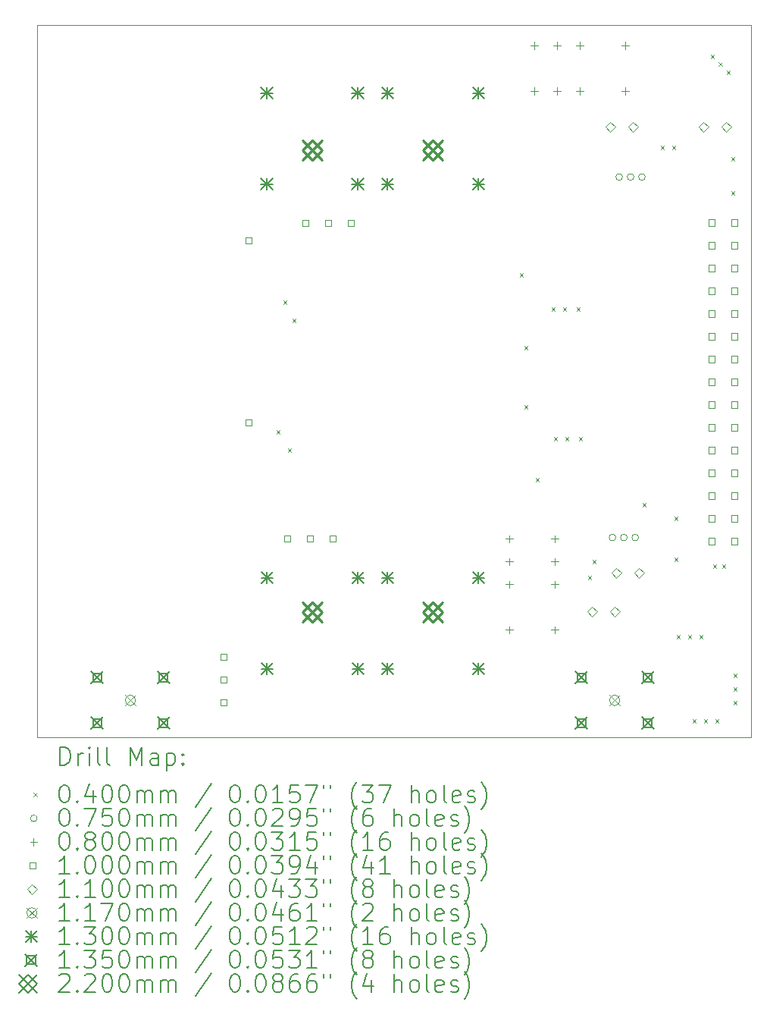
<source format=gbr>
%TF.GenerationSoftware,KiCad,Pcbnew,(6.0.9-0)*%
%TF.CreationDate,2023-03-20T13:18:44-04:00*%
%TF.ProjectId,dad_bod_02,6461645f-626f-4645-9f30-322e6b696361,rev?*%
%TF.SameCoordinates,Original*%
%TF.FileFunction,Drillmap*%
%TF.FilePolarity,Positive*%
%FSLAX45Y45*%
G04 Gerber Fmt 4.5, Leading zero omitted, Abs format (unit mm)*
G04 Created by KiCad (PCBNEW (6.0.9-0)) date 2023-03-20 13:18:44*
%MOMM*%
%LPD*%
G01*
G04 APERTURE LIST*
%ADD10C,0.050000*%
%ADD11C,0.200000*%
%ADD12C,0.040000*%
%ADD13C,0.075000*%
%ADD14C,0.080000*%
%ADD15C,0.100000*%
%ADD16C,0.110000*%
%ADD17C,0.117000*%
%ADD18C,0.130000*%
%ADD19C,0.135000*%
%ADD20C,0.220000*%
G04 APERTURE END LIST*
D10*
X8993600Y-6327600D02*
X16969200Y-6327600D01*
X16969200Y-6327600D02*
X16969200Y-14277800D01*
X16969200Y-14277800D02*
X8993600Y-14277800D01*
X8993600Y-14277800D02*
X8993600Y-6327600D01*
D11*
D12*
X11664000Y-10851200D02*
X11704000Y-10891200D01*
X11704000Y-10851200D02*
X11664000Y-10891200D01*
X11740200Y-9403400D02*
X11780200Y-9443400D01*
X11780200Y-9403400D02*
X11740200Y-9443400D01*
X11791000Y-11054400D02*
X11831000Y-11094400D01*
X11831000Y-11054400D02*
X11791000Y-11094400D01*
X11841800Y-9606600D02*
X11881800Y-9646600D01*
X11881800Y-9606600D02*
X11841800Y-9646600D01*
X14381800Y-9098600D02*
X14421800Y-9138600D01*
X14421800Y-9098600D02*
X14381800Y-9138600D01*
X14432600Y-9911400D02*
X14472600Y-9951400D01*
X14472600Y-9911400D02*
X14432600Y-9951400D01*
X14432600Y-10571800D02*
X14472600Y-10611800D01*
X14472600Y-10571800D02*
X14432600Y-10611800D01*
X14559600Y-11384600D02*
X14599600Y-11424600D01*
X14599600Y-11384600D02*
X14559600Y-11424600D01*
X14737400Y-9479600D02*
X14777400Y-9519600D01*
X14777400Y-9479600D02*
X14737400Y-9519600D01*
X14762800Y-10927400D02*
X14802800Y-10967400D01*
X14802800Y-10927400D02*
X14762800Y-10967400D01*
X14864400Y-9479600D02*
X14904400Y-9519600D01*
X14904400Y-9479600D02*
X14864400Y-9519600D01*
X14889800Y-10927400D02*
X14929800Y-10967400D01*
X14929800Y-10927400D02*
X14889800Y-10967400D01*
X15016800Y-9479600D02*
X15056800Y-9519600D01*
X15056800Y-9479600D02*
X15016800Y-9519600D01*
X15042200Y-10927400D02*
X15082200Y-10967400D01*
X15082200Y-10927400D02*
X15042200Y-10967400D01*
X15143800Y-12476800D02*
X15183800Y-12516800D01*
X15183800Y-12476800D02*
X15143800Y-12516800D01*
X15194600Y-12299000D02*
X15234600Y-12339000D01*
X15234600Y-12299000D02*
X15194600Y-12339000D01*
X15753400Y-11664000D02*
X15793400Y-11704000D01*
X15793400Y-11664000D02*
X15753400Y-11704000D01*
X15956600Y-7676200D02*
X15996600Y-7716200D01*
X15996600Y-7676200D02*
X15956600Y-7716200D01*
X16083600Y-7676200D02*
X16123600Y-7716200D01*
X16123600Y-7676200D02*
X16083600Y-7716200D01*
X16109000Y-11816400D02*
X16149000Y-11856400D01*
X16149000Y-11816400D02*
X16109000Y-11856400D01*
X16109000Y-12273600D02*
X16149000Y-12313600D01*
X16149000Y-12273600D02*
X16109000Y-12313600D01*
X16134400Y-13137200D02*
X16174400Y-13177200D01*
X16174400Y-13137200D02*
X16134400Y-13177200D01*
X16261400Y-13137200D02*
X16301400Y-13177200D01*
X16301400Y-13137200D02*
X16261400Y-13177200D01*
X16312200Y-14077000D02*
X16352200Y-14117000D01*
X16352200Y-14077000D02*
X16312200Y-14117000D01*
X16388400Y-13137200D02*
X16428400Y-13177200D01*
X16428400Y-13137200D02*
X16388400Y-13177200D01*
X16439200Y-14077000D02*
X16479200Y-14117000D01*
X16479200Y-14077000D02*
X16439200Y-14117000D01*
X16515400Y-6660200D02*
X16555400Y-6700200D01*
X16555400Y-6660200D02*
X16515400Y-6700200D01*
X16540800Y-12349800D02*
X16580800Y-12389800D01*
X16580800Y-12349800D02*
X16540800Y-12389800D01*
X16566200Y-14077000D02*
X16606200Y-14117000D01*
X16606200Y-14077000D02*
X16566200Y-14117000D01*
X16604300Y-6749100D02*
X16644300Y-6789100D01*
X16644300Y-6749100D02*
X16604300Y-6789100D01*
X16642400Y-12349800D02*
X16682400Y-12389800D01*
X16682400Y-12349800D02*
X16642400Y-12389800D01*
X16693200Y-6838000D02*
X16733200Y-6878000D01*
X16733200Y-6838000D02*
X16693200Y-6878000D01*
X16744000Y-7803200D02*
X16784000Y-7843200D01*
X16784000Y-7803200D02*
X16744000Y-7843200D01*
X16744000Y-8184200D02*
X16784000Y-8224200D01*
X16784000Y-8184200D02*
X16744000Y-8224200D01*
X16769400Y-13569000D02*
X16809400Y-13609000D01*
X16809400Y-13569000D02*
X16769400Y-13609000D01*
X16769400Y-13721400D02*
X16809400Y-13761400D01*
X16809400Y-13721400D02*
X16769400Y-13761400D01*
X16769400Y-13873800D02*
X16809400Y-13913800D01*
X16809400Y-13873800D02*
X16769400Y-13913800D01*
D13*
X15455300Y-12050200D02*
G75*
G03*
X15455300Y-12050200I-37500J0D01*
G01*
X15531500Y-8026400D02*
G75*
G03*
X15531500Y-8026400I-37500J0D01*
G01*
X15582300Y-12050200D02*
G75*
G03*
X15582300Y-12050200I-37500J0D01*
G01*
X15658500Y-8026400D02*
G75*
G03*
X15658500Y-8026400I-37500J0D01*
G01*
X15709300Y-12050200D02*
G75*
G03*
X15709300Y-12050200I-37500J0D01*
G01*
X15785500Y-8026400D02*
G75*
G03*
X15785500Y-8026400I-37500J0D01*
G01*
D14*
X14267550Y-12025000D02*
X14267550Y-12105000D01*
X14227550Y-12065000D02*
X14307550Y-12065000D01*
X14267550Y-12279000D02*
X14267550Y-12359000D01*
X14227550Y-12319000D02*
X14307550Y-12319000D01*
X14267550Y-12533000D02*
X14267550Y-12613000D01*
X14227550Y-12573000D02*
X14307550Y-12573000D01*
X14267550Y-13041000D02*
X14267550Y-13121000D01*
X14227550Y-13081000D02*
X14307550Y-13081000D01*
X14546950Y-6520450D02*
X14546950Y-6600450D01*
X14506950Y-6560450D02*
X14586950Y-6560450D01*
X14546950Y-7028450D02*
X14546950Y-7108450D01*
X14506950Y-7068450D02*
X14586950Y-7068450D01*
X14775550Y-12025000D02*
X14775550Y-12105000D01*
X14735550Y-12065000D02*
X14815550Y-12065000D01*
X14775550Y-12279000D02*
X14775550Y-12359000D01*
X14735550Y-12319000D02*
X14815550Y-12319000D01*
X14775550Y-12533000D02*
X14775550Y-12613000D01*
X14735550Y-12573000D02*
X14815550Y-12573000D01*
X14775550Y-13041000D02*
X14775550Y-13121000D01*
X14735550Y-13081000D02*
X14815550Y-13081000D01*
X14800950Y-6520450D02*
X14800950Y-6600450D01*
X14760950Y-6560450D02*
X14840950Y-6560450D01*
X14800950Y-7028450D02*
X14800950Y-7108450D01*
X14760950Y-7068450D02*
X14840950Y-7068450D01*
X15054950Y-6520450D02*
X15054950Y-6600450D01*
X15014950Y-6560450D02*
X15094950Y-6560450D01*
X15054950Y-7028450D02*
X15054950Y-7108450D01*
X15014950Y-7068450D02*
X15094950Y-7068450D01*
X15562950Y-6520450D02*
X15562950Y-6600450D01*
X15522950Y-6560450D02*
X15602950Y-6560450D01*
X15562950Y-7028450D02*
X15562950Y-7108450D01*
X15522950Y-7068450D02*
X15602950Y-7068450D01*
D15*
X11109756Y-13421156D02*
X11109756Y-13350444D01*
X11039044Y-13350444D01*
X11039044Y-13421156D01*
X11109756Y-13421156D01*
X11109756Y-13675156D02*
X11109756Y-13604444D01*
X11039044Y-13604444D01*
X11039044Y-13675156D01*
X11109756Y-13675156D01*
X11109756Y-13929156D02*
X11109756Y-13858444D01*
X11039044Y-13858444D01*
X11039044Y-13929156D01*
X11109756Y-13929156D01*
X11389156Y-8772956D02*
X11389156Y-8702244D01*
X11318444Y-8702244D01*
X11318444Y-8772956D01*
X11389156Y-8772956D01*
X11389156Y-10804956D02*
X11389156Y-10734244D01*
X11318444Y-10734244D01*
X11318444Y-10804956D01*
X11389156Y-10804956D01*
X11820956Y-12100356D02*
X11820956Y-12029644D01*
X11750244Y-12029644D01*
X11750244Y-12100356D01*
X11820956Y-12100356D01*
X12022656Y-8573756D02*
X12022656Y-8503044D01*
X11951944Y-8503044D01*
X11951944Y-8573756D01*
X12022656Y-8573756D01*
X12074956Y-12100356D02*
X12074956Y-12029644D01*
X12004244Y-12029644D01*
X12004244Y-12100356D01*
X12074956Y-12100356D01*
X12276656Y-8573756D02*
X12276656Y-8503044D01*
X12205944Y-8503044D01*
X12205944Y-8573756D01*
X12276656Y-8573756D01*
X12328956Y-12100356D02*
X12328956Y-12029644D01*
X12258244Y-12029644D01*
X12258244Y-12100356D01*
X12328956Y-12100356D01*
X12530656Y-8573756D02*
X12530656Y-8503044D01*
X12459944Y-8503044D01*
X12459944Y-8573756D01*
X12530656Y-8573756D01*
X16561106Y-8572756D02*
X16561106Y-8502044D01*
X16490394Y-8502044D01*
X16490394Y-8572756D01*
X16561106Y-8572756D01*
X16561106Y-8826756D02*
X16561106Y-8756044D01*
X16490394Y-8756044D01*
X16490394Y-8826756D01*
X16561106Y-8826756D01*
X16561106Y-9080756D02*
X16561106Y-9010044D01*
X16490394Y-9010044D01*
X16490394Y-9080756D01*
X16561106Y-9080756D01*
X16561106Y-9334756D02*
X16561106Y-9264044D01*
X16490394Y-9264044D01*
X16490394Y-9334756D01*
X16561106Y-9334756D01*
X16561106Y-9588756D02*
X16561106Y-9518044D01*
X16490394Y-9518044D01*
X16490394Y-9588756D01*
X16561106Y-9588756D01*
X16561106Y-9842756D02*
X16561106Y-9772044D01*
X16490394Y-9772044D01*
X16490394Y-9842756D01*
X16561106Y-9842756D01*
X16561106Y-10096756D02*
X16561106Y-10026044D01*
X16490394Y-10026044D01*
X16490394Y-10096756D01*
X16561106Y-10096756D01*
X16561106Y-10350756D02*
X16561106Y-10280044D01*
X16490394Y-10280044D01*
X16490394Y-10350756D01*
X16561106Y-10350756D01*
X16561106Y-10604756D02*
X16561106Y-10534044D01*
X16490394Y-10534044D01*
X16490394Y-10604756D01*
X16561106Y-10604756D01*
X16561106Y-10858756D02*
X16561106Y-10788044D01*
X16490394Y-10788044D01*
X16490394Y-10858756D01*
X16561106Y-10858756D01*
X16561106Y-11112756D02*
X16561106Y-11042044D01*
X16490394Y-11042044D01*
X16490394Y-11112756D01*
X16561106Y-11112756D01*
X16561106Y-11366756D02*
X16561106Y-11296044D01*
X16490394Y-11296044D01*
X16490394Y-11366756D01*
X16561106Y-11366756D01*
X16561106Y-11620756D02*
X16561106Y-11550044D01*
X16490394Y-11550044D01*
X16490394Y-11620756D01*
X16561106Y-11620756D01*
X16561106Y-11874756D02*
X16561106Y-11804044D01*
X16490394Y-11804044D01*
X16490394Y-11874756D01*
X16561106Y-11874756D01*
X16561106Y-12128756D02*
X16561106Y-12058044D01*
X16490394Y-12058044D01*
X16490394Y-12128756D01*
X16561106Y-12128756D01*
X16815106Y-8572756D02*
X16815106Y-8502044D01*
X16744394Y-8502044D01*
X16744394Y-8572756D01*
X16815106Y-8572756D01*
X16815106Y-8826756D02*
X16815106Y-8756044D01*
X16744394Y-8756044D01*
X16744394Y-8826756D01*
X16815106Y-8826756D01*
X16815106Y-9080756D02*
X16815106Y-9010044D01*
X16744394Y-9010044D01*
X16744394Y-9080756D01*
X16815106Y-9080756D01*
X16815106Y-9334756D02*
X16815106Y-9264044D01*
X16744394Y-9264044D01*
X16744394Y-9334756D01*
X16815106Y-9334756D01*
X16815106Y-9588756D02*
X16815106Y-9518044D01*
X16744394Y-9518044D01*
X16744394Y-9588756D01*
X16815106Y-9588756D01*
X16815106Y-9842756D02*
X16815106Y-9772044D01*
X16744394Y-9772044D01*
X16744394Y-9842756D01*
X16815106Y-9842756D01*
X16815106Y-10096756D02*
X16815106Y-10026044D01*
X16744394Y-10026044D01*
X16744394Y-10096756D01*
X16815106Y-10096756D01*
X16815106Y-10350756D02*
X16815106Y-10280044D01*
X16744394Y-10280044D01*
X16744394Y-10350756D01*
X16815106Y-10350756D01*
X16815106Y-10604756D02*
X16815106Y-10534044D01*
X16744394Y-10534044D01*
X16744394Y-10604756D01*
X16815106Y-10604756D01*
X16815106Y-10858756D02*
X16815106Y-10788044D01*
X16744394Y-10788044D01*
X16744394Y-10858756D01*
X16815106Y-10858756D01*
X16815106Y-11112756D02*
X16815106Y-11042044D01*
X16744394Y-11042044D01*
X16744394Y-11112756D01*
X16815106Y-11112756D01*
X16815106Y-11366756D02*
X16815106Y-11296044D01*
X16744394Y-11296044D01*
X16744394Y-11366756D01*
X16815106Y-11366756D01*
X16815106Y-11620756D02*
X16815106Y-11550044D01*
X16744394Y-11550044D01*
X16744394Y-11620756D01*
X16815106Y-11620756D01*
X16815106Y-11874756D02*
X16815106Y-11804044D01*
X16744394Y-11804044D01*
X16744394Y-11874756D01*
X16815106Y-11874756D01*
X16815106Y-12128756D02*
X16815106Y-12058044D01*
X16744394Y-12058044D01*
X16744394Y-12128756D01*
X16815106Y-12128756D01*
D16*
X15189200Y-12932800D02*
X15244200Y-12877800D01*
X15189200Y-12822800D01*
X15134200Y-12877800D01*
X15189200Y-12932800D01*
X15392400Y-7522600D02*
X15447400Y-7467600D01*
X15392400Y-7412600D01*
X15337400Y-7467600D01*
X15392400Y-7522600D01*
X15443200Y-12932800D02*
X15498200Y-12877800D01*
X15443200Y-12822800D01*
X15388200Y-12877800D01*
X15443200Y-12932800D01*
X15463023Y-12501000D02*
X15518023Y-12446000D01*
X15463023Y-12391000D01*
X15408023Y-12446000D01*
X15463023Y-12501000D01*
X15646400Y-7522600D02*
X15701400Y-7467600D01*
X15646400Y-7412600D01*
X15591400Y-7467600D01*
X15646400Y-7522600D01*
X15717023Y-12501000D02*
X15772023Y-12446000D01*
X15717023Y-12391000D01*
X15662023Y-12446000D01*
X15717023Y-12501000D01*
X16433800Y-7522600D02*
X16488800Y-7467600D01*
X16433800Y-7412600D01*
X16378800Y-7467600D01*
X16433800Y-7522600D01*
X16687800Y-7522600D02*
X16742800Y-7467600D01*
X16687800Y-7412600D01*
X16632800Y-7467600D01*
X16687800Y-7522600D01*
D17*
X9974500Y-13809900D02*
X10091500Y-13926900D01*
X10091500Y-13809900D02*
X9974500Y-13926900D01*
X10091500Y-13868400D02*
G75*
G03*
X10091500Y-13868400I-58500J0D01*
G01*
X15384750Y-13809900D02*
X15501750Y-13926900D01*
X15501750Y-13809900D02*
X15384750Y-13926900D01*
X15501750Y-13868400D02*
G75*
G03*
X15501750Y-13868400I-58500J0D01*
G01*
D18*
X11492000Y-7024600D02*
X11622000Y-7154600D01*
X11622000Y-7024600D02*
X11492000Y-7154600D01*
X11557000Y-7024600D02*
X11557000Y-7154600D01*
X11492000Y-7089600D02*
X11622000Y-7089600D01*
X11492000Y-8040600D02*
X11622000Y-8170600D01*
X11622000Y-8040600D02*
X11492000Y-8170600D01*
X11557000Y-8040600D02*
X11557000Y-8170600D01*
X11492000Y-8105600D02*
X11622000Y-8105600D01*
X11494000Y-12435800D02*
X11624000Y-12565800D01*
X11624000Y-12435800D02*
X11494000Y-12565800D01*
X11559000Y-12435800D02*
X11559000Y-12565800D01*
X11494000Y-12500800D02*
X11624000Y-12500800D01*
X11494000Y-13451800D02*
X11624000Y-13581800D01*
X11624000Y-13451800D02*
X11494000Y-13581800D01*
X11559000Y-13451800D02*
X11559000Y-13581800D01*
X11494000Y-13516800D02*
X11624000Y-13516800D01*
X12508000Y-7024600D02*
X12638000Y-7154600D01*
X12638000Y-7024600D02*
X12508000Y-7154600D01*
X12573000Y-7024600D02*
X12573000Y-7154600D01*
X12508000Y-7089600D02*
X12638000Y-7089600D01*
X12508000Y-8040600D02*
X12638000Y-8170600D01*
X12638000Y-8040600D02*
X12508000Y-8170600D01*
X12573000Y-8040600D02*
X12573000Y-8170600D01*
X12508000Y-8105600D02*
X12638000Y-8105600D01*
X12510000Y-12435800D02*
X12640000Y-12565800D01*
X12640000Y-12435800D02*
X12510000Y-12565800D01*
X12575000Y-12435800D02*
X12575000Y-12565800D01*
X12510000Y-12500800D02*
X12640000Y-12500800D01*
X12510000Y-13451800D02*
X12640000Y-13581800D01*
X12640000Y-13451800D02*
X12510000Y-13581800D01*
X12575000Y-13451800D02*
X12575000Y-13581800D01*
X12510000Y-13516800D02*
X12640000Y-13516800D01*
X12840200Y-7024600D02*
X12970200Y-7154600D01*
X12970200Y-7024600D02*
X12840200Y-7154600D01*
X12905200Y-7024600D02*
X12905200Y-7154600D01*
X12840200Y-7089600D02*
X12970200Y-7089600D01*
X12840200Y-8040600D02*
X12970200Y-8170600D01*
X12970200Y-8040600D02*
X12840200Y-8170600D01*
X12905200Y-8040600D02*
X12905200Y-8170600D01*
X12840200Y-8105600D02*
X12970200Y-8105600D01*
X12840200Y-12435800D02*
X12970200Y-12565800D01*
X12970200Y-12435800D02*
X12840200Y-12565800D01*
X12905200Y-12435800D02*
X12905200Y-12565800D01*
X12840200Y-12500800D02*
X12970200Y-12500800D01*
X12840200Y-13451800D02*
X12970200Y-13581800D01*
X12970200Y-13451800D02*
X12840200Y-13581800D01*
X12905200Y-13451800D02*
X12905200Y-13581800D01*
X12840200Y-13516800D02*
X12970200Y-13516800D01*
X13856200Y-7024600D02*
X13986200Y-7154600D01*
X13986200Y-7024600D02*
X13856200Y-7154600D01*
X13921200Y-7024600D02*
X13921200Y-7154600D01*
X13856200Y-7089600D02*
X13986200Y-7089600D01*
X13856200Y-8040600D02*
X13986200Y-8170600D01*
X13986200Y-8040600D02*
X13856200Y-8170600D01*
X13921200Y-8040600D02*
X13921200Y-8170600D01*
X13856200Y-8105600D02*
X13986200Y-8105600D01*
X13856200Y-12435800D02*
X13986200Y-12565800D01*
X13986200Y-12435800D02*
X13856200Y-12565800D01*
X13921200Y-12435800D02*
X13921200Y-12565800D01*
X13856200Y-12500800D02*
X13986200Y-12500800D01*
X13856200Y-13451800D02*
X13986200Y-13581800D01*
X13986200Y-13451800D02*
X13856200Y-13581800D01*
X13921200Y-13451800D02*
X13921200Y-13581800D01*
X13856200Y-13516800D02*
X13986200Y-13516800D01*
D19*
X9595500Y-13546900D02*
X9730500Y-13681900D01*
X9730500Y-13546900D02*
X9595500Y-13681900D01*
X9710730Y-13662130D02*
X9710730Y-13566670D01*
X9615270Y-13566670D01*
X9615270Y-13662130D01*
X9710730Y-13662130D01*
X9595500Y-14054900D02*
X9730500Y-14189900D01*
X9730500Y-14054900D02*
X9595500Y-14189900D01*
X9710730Y-14170130D02*
X9710730Y-14074670D01*
X9615270Y-14074670D01*
X9615270Y-14170130D01*
X9710730Y-14170130D01*
X10335500Y-13546900D02*
X10470500Y-13681900D01*
X10470500Y-13546900D02*
X10335500Y-13681900D01*
X10450730Y-13662130D02*
X10450730Y-13566670D01*
X10355270Y-13566670D01*
X10355270Y-13662130D01*
X10450730Y-13662130D01*
X10335500Y-14054900D02*
X10470500Y-14189900D01*
X10470500Y-14054900D02*
X10335500Y-14189900D01*
X10450730Y-14170130D02*
X10450730Y-14074670D01*
X10355270Y-14074670D01*
X10355270Y-14170130D01*
X10450730Y-14170130D01*
X15005750Y-13546900D02*
X15140750Y-13681900D01*
X15140750Y-13546900D02*
X15005750Y-13681900D01*
X15120980Y-13662130D02*
X15120980Y-13566670D01*
X15025520Y-13566670D01*
X15025520Y-13662130D01*
X15120980Y-13662130D01*
X15005750Y-14054900D02*
X15140750Y-14189900D01*
X15140750Y-14054900D02*
X15005750Y-14189900D01*
X15120980Y-14170130D02*
X15120980Y-14074670D01*
X15025520Y-14074670D01*
X15025520Y-14170130D01*
X15120980Y-14170130D01*
X15745750Y-13546900D02*
X15880750Y-13681900D01*
X15880750Y-13546900D02*
X15745750Y-13681900D01*
X15860980Y-13662130D02*
X15860980Y-13566670D01*
X15765520Y-13566670D01*
X15765520Y-13662130D01*
X15860980Y-13662130D01*
X15745750Y-14054900D02*
X15880750Y-14189900D01*
X15880750Y-14054900D02*
X15745750Y-14189900D01*
X15860980Y-14170130D02*
X15860980Y-14074670D01*
X15765520Y-14074670D01*
X15765520Y-14170130D01*
X15860980Y-14170130D01*
D20*
X11955000Y-7615600D02*
X12175000Y-7835600D01*
X12175000Y-7615600D02*
X11955000Y-7835600D01*
X12065000Y-7835600D02*
X12175000Y-7725600D01*
X12065000Y-7615600D01*
X11955000Y-7725600D01*
X12065000Y-7835600D01*
X11957000Y-12770800D02*
X12177000Y-12990800D01*
X12177000Y-12770800D02*
X11957000Y-12990800D01*
X12067000Y-12990800D02*
X12177000Y-12880800D01*
X12067000Y-12770800D01*
X11957000Y-12880800D01*
X12067000Y-12990800D01*
X13303200Y-7615600D02*
X13523200Y-7835600D01*
X13523200Y-7615600D02*
X13303200Y-7835600D01*
X13413200Y-7835600D02*
X13523200Y-7725600D01*
X13413200Y-7615600D01*
X13303200Y-7725600D01*
X13413200Y-7835600D01*
X13303200Y-12770800D02*
X13523200Y-12990800D01*
X13523200Y-12770800D02*
X13303200Y-12990800D01*
X13413200Y-12990800D02*
X13523200Y-12880800D01*
X13413200Y-12770800D01*
X13303200Y-12880800D01*
X13413200Y-12990800D01*
D11*
X9248719Y-14590776D02*
X9248719Y-14390776D01*
X9296338Y-14390776D01*
X9324910Y-14400300D01*
X9343957Y-14419348D01*
X9353481Y-14438395D01*
X9363005Y-14476490D01*
X9363005Y-14505062D01*
X9353481Y-14543157D01*
X9343957Y-14562205D01*
X9324910Y-14581252D01*
X9296338Y-14590776D01*
X9248719Y-14590776D01*
X9448719Y-14590776D02*
X9448719Y-14457443D01*
X9448719Y-14495538D02*
X9458243Y-14476490D01*
X9467767Y-14466967D01*
X9486814Y-14457443D01*
X9505862Y-14457443D01*
X9572529Y-14590776D02*
X9572529Y-14457443D01*
X9572529Y-14390776D02*
X9563005Y-14400300D01*
X9572529Y-14409824D01*
X9582052Y-14400300D01*
X9572529Y-14390776D01*
X9572529Y-14409824D01*
X9696338Y-14590776D02*
X9677290Y-14581252D01*
X9667767Y-14562205D01*
X9667767Y-14390776D01*
X9801100Y-14590776D02*
X9782052Y-14581252D01*
X9772529Y-14562205D01*
X9772529Y-14390776D01*
X10029671Y-14590776D02*
X10029671Y-14390776D01*
X10096338Y-14533633D01*
X10163005Y-14390776D01*
X10163005Y-14590776D01*
X10343957Y-14590776D02*
X10343957Y-14486014D01*
X10334433Y-14466967D01*
X10315386Y-14457443D01*
X10277290Y-14457443D01*
X10258243Y-14466967D01*
X10343957Y-14581252D02*
X10324910Y-14590776D01*
X10277290Y-14590776D01*
X10258243Y-14581252D01*
X10248719Y-14562205D01*
X10248719Y-14543157D01*
X10258243Y-14524109D01*
X10277290Y-14514586D01*
X10324910Y-14514586D01*
X10343957Y-14505062D01*
X10439195Y-14457443D02*
X10439195Y-14657443D01*
X10439195Y-14466967D02*
X10458243Y-14457443D01*
X10496338Y-14457443D01*
X10515386Y-14466967D01*
X10524910Y-14476490D01*
X10534433Y-14495538D01*
X10534433Y-14552681D01*
X10524910Y-14571728D01*
X10515386Y-14581252D01*
X10496338Y-14590776D01*
X10458243Y-14590776D01*
X10439195Y-14581252D01*
X10620148Y-14571728D02*
X10629671Y-14581252D01*
X10620148Y-14590776D01*
X10610624Y-14581252D01*
X10620148Y-14571728D01*
X10620148Y-14590776D01*
X10620148Y-14466967D02*
X10629671Y-14476490D01*
X10620148Y-14486014D01*
X10610624Y-14476490D01*
X10620148Y-14466967D01*
X10620148Y-14486014D01*
D12*
X8951100Y-14900300D02*
X8991100Y-14940300D01*
X8991100Y-14900300D02*
X8951100Y-14940300D01*
D11*
X9286814Y-14810776D02*
X9305862Y-14810776D01*
X9324910Y-14820300D01*
X9334433Y-14829824D01*
X9343957Y-14848871D01*
X9353481Y-14886967D01*
X9353481Y-14934586D01*
X9343957Y-14972681D01*
X9334433Y-14991728D01*
X9324910Y-15001252D01*
X9305862Y-15010776D01*
X9286814Y-15010776D01*
X9267767Y-15001252D01*
X9258243Y-14991728D01*
X9248719Y-14972681D01*
X9239195Y-14934586D01*
X9239195Y-14886967D01*
X9248719Y-14848871D01*
X9258243Y-14829824D01*
X9267767Y-14820300D01*
X9286814Y-14810776D01*
X9439195Y-14991728D02*
X9448719Y-15001252D01*
X9439195Y-15010776D01*
X9429671Y-15001252D01*
X9439195Y-14991728D01*
X9439195Y-15010776D01*
X9620148Y-14877443D02*
X9620148Y-15010776D01*
X9572529Y-14801252D02*
X9524910Y-14944109D01*
X9648719Y-14944109D01*
X9763005Y-14810776D02*
X9782052Y-14810776D01*
X9801100Y-14820300D01*
X9810624Y-14829824D01*
X9820148Y-14848871D01*
X9829671Y-14886967D01*
X9829671Y-14934586D01*
X9820148Y-14972681D01*
X9810624Y-14991728D01*
X9801100Y-15001252D01*
X9782052Y-15010776D01*
X9763005Y-15010776D01*
X9743957Y-15001252D01*
X9734433Y-14991728D01*
X9724910Y-14972681D01*
X9715386Y-14934586D01*
X9715386Y-14886967D01*
X9724910Y-14848871D01*
X9734433Y-14829824D01*
X9743957Y-14820300D01*
X9763005Y-14810776D01*
X9953481Y-14810776D02*
X9972529Y-14810776D01*
X9991576Y-14820300D01*
X10001100Y-14829824D01*
X10010624Y-14848871D01*
X10020148Y-14886967D01*
X10020148Y-14934586D01*
X10010624Y-14972681D01*
X10001100Y-14991728D01*
X9991576Y-15001252D01*
X9972529Y-15010776D01*
X9953481Y-15010776D01*
X9934433Y-15001252D01*
X9924910Y-14991728D01*
X9915386Y-14972681D01*
X9905862Y-14934586D01*
X9905862Y-14886967D01*
X9915386Y-14848871D01*
X9924910Y-14829824D01*
X9934433Y-14820300D01*
X9953481Y-14810776D01*
X10105862Y-15010776D02*
X10105862Y-14877443D01*
X10105862Y-14896490D02*
X10115386Y-14886967D01*
X10134433Y-14877443D01*
X10163005Y-14877443D01*
X10182052Y-14886967D01*
X10191576Y-14906014D01*
X10191576Y-15010776D01*
X10191576Y-14906014D02*
X10201100Y-14886967D01*
X10220148Y-14877443D01*
X10248719Y-14877443D01*
X10267767Y-14886967D01*
X10277290Y-14906014D01*
X10277290Y-15010776D01*
X10372529Y-15010776D02*
X10372529Y-14877443D01*
X10372529Y-14896490D02*
X10382052Y-14886967D01*
X10401100Y-14877443D01*
X10429671Y-14877443D01*
X10448719Y-14886967D01*
X10458243Y-14906014D01*
X10458243Y-15010776D01*
X10458243Y-14906014D02*
X10467767Y-14886967D01*
X10486814Y-14877443D01*
X10515386Y-14877443D01*
X10534433Y-14886967D01*
X10543957Y-14906014D01*
X10543957Y-15010776D01*
X10934433Y-14801252D02*
X10763005Y-15058395D01*
X11191576Y-14810776D02*
X11210624Y-14810776D01*
X11229671Y-14820300D01*
X11239195Y-14829824D01*
X11248719Y-14848871D01*
X11258243Y-14886967D01*
X11258243Y-14934586D01*
X11248719Y-14972681D01*
X11239195Y-14991728D01*
X11229671Y-15001252D01*
X11210624Y-15010776D01*
X11191576Y-15010776D01*
X11172529Y-15001252D01*
X11163005Y-14991728D01*
X11153481Y-14972681D01*
X11143957Y-14934586D01*
X11143957Y-14886967D01*
X11153481Y-14848871D01*
X11163005Y-14829824D01*
X11172529Y-14820300D01*
X11191576Y-14810776D01*
X11343957Y-14991728D02*
X11353481Y-15001252D01*
X11343957Y-15010776D01*
X11334433Y-15001252D01*
X11343957Y-14991728D01*
X11343957Y-15010776D01*
X11477290Y-14810776D02*
X11496338Y-14810776D01*
X11515386Y-14820300D01*
X11524909Y-14829824D01*
X11534433Y-14848871D01*
X11543957Y-14886967D01*
X11543957Y-14934586D01*
X11534433Y-14972681D01*
X11524909Y-14991728D01*
X11515386Y-15001252D01*
X11496338Y-15010776D01*
X11477290Y-15010776D01*
X11458243Y-15001252D01*
X11448719Y-14991728D01*
X11439195Y-14972681D01*
X11429671Y-14934586D01*
X11429671Y-14886967D01*
X11439195Y-14848871D01*
X11448719Y-14829824D01*
X11458243Y-14820300D01*
X11477290Y-14810776D01*
X11734433Y-15010776D02*
X11620148Y-15010776D01*
X11677290Y-15010776D02*
X11677290Y-14810776D01*
X11658243Y-14839348D01*
X11639195Y-14858395D01*
X11620148Y-14867919D01*
X11915386Y-14810776D02*
X11820148Y-14810776D01*
X11810624Y-14906014D01*
X11820148Y-14896490D01*
X11839195Y-14886967D01*
X11886814Y-14886967D01*
X11905862Y-14896490D01*
X11915386Y-14906014D01*
X11924909Y-14925062D01*
X11924909Y-14972681D01*
X11915386Y-14991728D01*
X11905862Y-15001252D01*
X11886814Y-15010776D01*
X11839195Y-15010776D01*
X11820148Y-15001252D01*
X11810624Y-14991728D01*
X11991576Y-14810776D02*
X12124909Y-14810776D01*
X12039195Y-15010776D01*
X12191576Y-14810776D02*
X12191576Y-14848871D01*
X12267767Y-14810776D02*
X12267767Y-14848871D01*
X12563005Y-15086967D02*
X12553481Y-15077443D01*
X12534433Y-15048871D01*
X12524909Y-15029824D01*
X12515386Y-15001252D01*
X12505862Y-14953633D01*
X12505862Y-14915538D01*
X12515386Y-14867919D01*
X12524909Y-14839348D01*
X12534433Y-14820300D01*
X12553481Y-14791728D01*
X12563005Y-14782205D01*
X12620148Y-14810776D02*
X12743957Y-14810776D01*
X12677290Y-14886967D01*
X12705862Y-14886967D01*
X12724909Y-14896490D01*
X12734433Y-14906014D01*
X12743957Y-14925062D01*
X12743957Y-14972681D01*
X12734433Y-14991728D01*
X12724909Y-15001252D01*
X12705862Y-15010776D01*
X12648719Y-15010776D01*
X12629671Y-15001252D01*
X12620148Y-14991728D01*
X12810624Y-14810776D02*
X12943957Y-14810776D01*
X12858243Y-15010776D01*
X13172528Y-15010776D02*
X13172528Y-14810776D01*
X13258243Y-15010776D02*
X13258243Y-14906014D01*
X13248719Y-14886967D01*
X13229671Y-14877443D01*
X13201100Y-14877443D01*
X13182052Y-14886967D01*
X13172528Y-14896490D01*
X13382052Y-15010776D02*
X13363005Y-15001252D01*
X13353481Y-14991728D01*
X13343957Y-14972681D01*
X13343957Y-14915538D01*
X13353481Y-14896490D01*
X13363005Y-14886967D01*
X13382052Y-14877443D01*
X13410624Y-14877443D01*
X13429671Y-14886967D01*
X13439195Y-14896490D01*
X13448719Y-14915538D01*
X13448719Y-14972681D01*
X13439195Y-14991728D01*
X13429671Y-15001252D01*
X13410624Y-15010776D01*
X13382052Y-15010776D01*
X13563005Y-15010776D02*
X13543957Y-15001252D01*
X13534433Y-14982205D01*
X13534433Y-14810776D01*
X13715386Y-15001252D02*
X13696338Y-15010776D01*
X13658243Y-15010776D01*
X13639195Y-15001252D01*
X13629671Y-14982205D01*
X13629671Y-14906014D01*
X13639195Y-14886967D01*
X13658243Y-14877443D01*
X13696338Y-14877443D01*
X13715386Y-14886967D01*
X13724909Y-14906014D01*
X13724909Y-14925062D01*
X13629671Y-14944109D01*
X13801100Y-15001252D02*
X13820148Y-15010776D01*
X13858243Y-15010776D01*
X13877290Y-15001252D01*
X13886814Y-14982205D01*
X13886814Y-14972681D01*
X13877290Y-14953633D01*
X13858243Y-14944109D01*
X13829671Y-14944109D01*
X13810624Y-14934586D01*
X13801100Y-14915538D01*
X13801100Y-14906014D01*
X13810624Y-14886967D01*
X13829671Y-14877443D01*
X13858243Y-14877443D01*
X13877290Y-14886967D01*
X13953481Y-15086967D02*
X13963005Y-15077443D01*
X13982052Y-15048871D01*
X13991576Y-15029824D01*
X14001100Y-15001252D01*
X14010624Y-14953633D01*
X14010624Y-14915538D01*
X14001100Y-14867919D01*
X13991576Y-14839348D01*
X13982052Y-14820300D01*
X13963005Y-14791728D01*
X13953481Y-14782205D01*
D13*
X8991100Y-15184300D02*
G75*
G03*
X8991100Y-15184300I-37500J0D01*
G01*
D11*
X9286814Y-15074776D02*
X9305862Y-15074776D01*
X9324910Y-15084300D01*
X9334433Y-15093824D01*
X9343957Y-15112871D01*
X9353481Y-15150967D01*
X9353481Y-15198586D01*
X9343957Y-15236681D01*
X9334433Y-15255728D01*
X9324910Y-15265252D01*
X9305862Y-15274776D01*
X9286814Y-15274776D01*
X9267767Y-15265252D01*
X9258243Y-15255728D01*
X9248719Y-15236681D01*
X9239195Y-15198586D01*
X9239195Y-15150967D01*
X9248719Y-15112871D01*
X9258243Y-15093824D01*
X9267767Y-15084300D01*
X9286814Y-15074776D01*
X9439195Y-15255728D02*
X9448719Y-15265252D01*
X9439195Y-15274776D01*
X9429671Y-15265252D01*
X9439195Y-15255728D01*
X9439195Y-15274776D01*
X9515386Y-15074776D02*
X9648719Y-15074776D01*
X9563005Y-15274776D01*
X9820148Y-15074776D02*
X9724910Y-15074776D01*
X9715386Y-15170014D01*
X9724910Y-15160490D01*
X9743957Y-15150967D01*
X9791576Y-15150967D01*
X9810624Y-15160490D01*
X9820148Y-15170014D01*
X9829671Y-15189062D01*
X9829671Y-15236681D01*
X9820148Y-15255728D01*
X9810624Y-15265252D01*
X9791576Y-15274776D01*
X9743957Y-15274776D01*
X9724910Y-15265252D01*
X9715386Y-15255728D01*
X9953481Y-15074776D02*
X9972529Y-15074776D01*
X9991576Y-15084300D01*
X10001100Y-15093824D01*
X10010624Y-15112871D01*
X10020148Y-15150967D01*
X10020148Y-15198586D01*
X10010624Y-15236681D01*
X10001100Y-15255728D01*
X9991576Y-15265252D01*
X9972529Y-15274776D01*
X9953481Y-15274776D01*
X9934433Y-15265252D01*
X9924910Y-15255728D01*
X9915386Y-15236681D01*
X9905862Y-15198586D01*
X9905862Y-15150967D01*
X9915386Y-15112871D01*
X9924910Y-15093824D01*
X9934433Y-15084300D01*
X9953481Y-15074776D01*
X10105862Y-15274776D02*
X10105862Y-15141443D01*
X10105862Y-15160490D02*
X10115386Y-15150967D01*
X10134433Y-15141443D01*
X10163005Y-15141443D01*
X10182052Y-15150967D01*
X10191576Y-15170014D01*
X10191576Y-15274776D01*
X10191576Y-15170014D02*
X10201100Y-15150967D01*
X10220148Y-15141443D01*
X10248719Y-15141443D01*
X10267767Y-15150967D01*
X10277290Y-15170014D01*
X10277290Y-15274776D01*
X10372529Y-15274776D02*
X10372529Y-15141443D01*
X10372529Y-15160490D02*
X10382052Y-15150967D01*
X10401100Y-15141443D01*
X10429671Y-15141443D01*
X10448719Y-15150967D01*
X10458243Y-15170014D01*
X10458243Y-15274776D01*
X10458243Y-15170014D02*
X10467767Y-15150967D01*
X10486814Y-15141443D01*
X10515386Y-15141443D01*
X10534433Y-15150967D01*
X10543957Y-15170014D01*
X10543957Y-15274776D01*
X10934433Y-15065252D02*
X10763005Y-15322395D01*
X11191576Y-15074776D02*
X11210624Y-15074776D01*
X11229671Y-15084300D01*
X11239195Y-15093824D01*
X11248719Y-15112871D01*
X11258243Y-15150967D01*
X11258243Y-15198586D01*
X11248719Y-15236681D01*
X11239195Y-15255728D01*
X11229671Y-15265252D01*
X11210624Y-15274776D01*
X11191576Y-15274776D01*
X11172529Y-15265252D01*
X11163005Y-15255728D01*
X11153481Y-15236681D01*
X11143957Y-15198586D01*
X11143957Y-15150967D01*
X11153481Y-15112871D01*
X11163005Y-15093824D01*
X11172529Y-15084300D01*
X11191576Y-15074776D01*
X11343957Y-15255728D02*
X11353481Y-15265252D01*
X11343957Y-15274776D01*
X11334433Y-15265252D01*
X11343957Y-15255728D01*
X11343957Y-15274776D01*
X11477290Y-15074776D02*
X11496338Y-15074776D01*
X11515386Y-15084300D01*
X11524909Y-15093824D01*
X11534433Y-15112871D01*
X11543957Y-15150967D01*
X11543957Y-15198586D01*
X11534433Y-15236681D01*
X11524909Y-15255728D01*
X11515386Y-15265252D01*
X11496338Y-15274776D01*
X11477290Y-15274776D01*
X11458243Y-15265252D01*
X11448719Y-15255728D01*
X11439195Y-15236681D01*
X11429671Y-15198586D01*
X11429671Y-15150967D01*
X11439195Y-15112871D01*
X11448719Y-15093824D01*
X11458243Y-15084300D01*
X11477290Y-15074776D01*
X11620148Y-15093824D02*
X11629671Y-15084300D01*
X11648719Y-15074776D01*
X11696338Y-15074776D01*
X11715386Y-15084300D01*
X11724909Y-15093824D01*
X11734433Y-15112871D01*
X11734433Y-15131919D01*
X11724909Y-15160490D01*
X11610624Y-15274776D01*
X11734433Y-15274776D01*
X11829671Y-15274776D02*
X11867767Y-15274776D01*
X11886814Y-15265252D01*
X11896338Y-15255728D01*
X11915386Y-15227157D01*
X11924909Y-15189062D01*
X11924909Y-15112871D01*
X11915386Y-15093824D01*
X11905862Y-15084300D01*
X11886814Y-15074776D01*
X11848719Y-15074776D01*
X11829671Y-15084300D01*
X11820148Y-15093824D01*
X11810624Y-15112871D01*
X11810624Y-15160490D01*
X11820148Y-15179538D01*
X11829671Y-15189062D01*
X11848719Y-15198586D01*
X11886814Y-15198586D01*
X11905862Y-15189062D01*
X11915386Y-15179538D01*
X11924909Y-15160490D01*
X12105862Y-15074776D02*
X12010624Y-15074776D01*
X12001100Y-15170014D01*
X12010624Y-15160490D01*
X12029671Y-15150967D01*
X12077290Y-15150967D01*
X12096338Y-15160490D01*
X12105862Y-15170014D01*
X12115386Y-15189062D01*
X12115386Y-15236681D01*
X12105862Y-15255728D01*
X12096338Y-15265252D01*
X12077290Y-15274776D01*
X12029671Y-15274776D01*
X12010624Y-15265252D01*
X12001100Y-15255728D01*
X12191576Y-15074776D02*
X12191576Y-15112871D01*
X12267767Y-15074776D02*
X12267767Y-15112871D01*
X12563005Y-15350967D02*
X12553481Y-15341443D01*
X12534433Y-15312871D01*
X12524909Y-15293824D01*
X12515386Y-15265252D01*
X12505862Y-15217633D01*
X12505862Y-15179538D01*
X12515386Y-15131919D01*
X12524909Y-15103348D01*
X12534433Y-15084300D01*
X12553481Y-15055728D01*
X12563005Y-15046205D01*
X12724909Y-15074776D02*
X12686814Y-15074776D01*
X12667767Y-15084300D01*
X12658243Y-15093824D01*
X12639195Y-15122395D01*
X12629671Y-15160490D01*
X12629671Y-15236681D01*
X12639195Y-15255728D01*
X12648719Y-15265252D01*
X12667767Y-15274776D01*
X12705862Y-15274776D01*
X12724909Y-15265252D01*
X12734433Y-15255728D01*
X12743957Y-15236681D01*
X12743957Y-15189062D01*
X12734433Y-15170014D01*
X12724909Y-15160490D01*
X12705862Y-15150967D01*
X12667767Y-15150967D01*
X12648719Y-15160490D01*
X12639195Y-15170014D01*
X12629671Y-15189062D01*
X12982052Y-15274776D02*
X12982052Y-15074776D01*
X13067767Y-15274776D02*
X13067767Y-15170014D01*
X13058243Y-15150967D01*
X13039195Y-15141443D01*
X13010624Y-15141443D01*
X12991576Y-15150967D01*
X12982052Y-15160490D01*
X13191576Y-15274776D02*
X13172528Y-15265252D01*
X13163005Y-15255728D01*
X13153481Y-15236681D01*
X13153481Y-15179538D01*
X13163005Y-15160490D01*
X13172528Y-15150967D01*
X13191576Y-15141443D01*
X13220148Y-15141443D01*
X13239195Y-15150967D01*
X13248719Y-15160490D01*
X13258243Y-15179538D01*
X13258243Y-15236681D01*
X13248719Y-15255728D01*
X13239195Y-15265252D01*
X13220148Y-15274776D01*
X13191576Y-15274776D01*
X13372528Y-15274776D02*
X13353481Y-15265252D01*
X13343957Y-15246205D01*
X13343957Y-15074776D01*
X13524909Y-15265252D02*
X13505862Y-15274776D01*
X13467767Y-15274776D01*
X13448719Y-15265252D01*
X13439195Y-15246205D01*
X13439195Y-15170014D01*
X13448719Y-15150967D01*
X13467767Y-15141443D01*
X13505862Y-15141443D01*
X13524909Y-15150967D01*
X13534433Y-15170014D01*
X13534433Y-15189062D01*
X13439195Y-15208109D01*
X13610624Y-15265252D02*
X13629671Y-15274776D01*
X13667767Y-15274776D01*
X13686814Y-15265252D01*
X13696338Y-15246205D01*
X13696338Y-15236681D01*
X13686814Y-15217633D01*
X13667767Y-15208109D01*
X13639195Y-15208109D01*
X13620148Y-15198586D01*
X13610624Y-15179538D01*
X13610624Y-15170014D01*
X13620148Y-15150967D01*
X13639195Y-15141443D01*
X13667767Y-15141443D01*
X13686814Y-15150967D01*
X13763005Y-15350967D02*
X13772528Y-15341443D01*
X13791576Y-15312871D01*
X13801100Y-15293824D01*
X13810624Y-15265252D01*
X13820148Y-15217633D01*
X13820148Y-15179538D01*
X13810624Y-15131919D01*
X13801100Y-15103348D01*
X13791576Y-15084300D01*
X13772528Y-15055728D01*
X13763005Y-15046205D01*
D14*
X8951100Y-15408300D02*
X8951100Y-15488300D01*
X8911100Y-15448300D02*
X8991100Y-15448300D01*
D11*
X9286814Y-15338776D02*
X9305862Y-15338776D01*
X9324910Y-15348300D01*
X9334433Y-15357824D01*
X9343957Y-15376871D01*
X9353481Y-15414967D01*
X9353481Y-15462586D01*
X9343957Y-15500681D01*
X9334433Y-15519728D01*
X9324910Y-15529252D01*
X9305862Y-15538776D01*
X9286814Y-15538776D01*
X9267767Y-15529252D01*
X9258243Y-15519728D01*
X9248719Y-15500681D01*
X9239195Y-15462586D01*
X9239195Y-15414967D01*
X9248719Y-15376871D01*
X9258243Y-15357824D01*
X9267767Y-15348300D01*
X9286814Y-15338776D01*
X9439195Y-15519728D02*
X9448719Y-15529252D01*
X9439195Y-15538776D01*
X9429671Y-15529252D01*
X9439195Y-15519728D01*
X9439195Y-15538776D01*
X9563005Y-15424490D02*
X9543957Y-15414967D01*
X9534433Y-15405443D01*
X9524910Y-15386395D01*
X9524910Y-15376871D01*
X9534433Y-15357824D01*
X9543957Y-15348300D01*
X9563005Y-15338776D01*
X9601100Y-15338776D01*
X9620148Y-15348300D01*
X9629671Y-15357824D01*
X9639195Y-15376871D01*
X9639195Y-15386395D01*
X9629671Y-15405443D01*
X9620148Y-15414967D01*
X9601100Y-15424490D01*
X9563005Y-15424490D01*
X9543957Y-15434014D01*
X9534433Y-15443538D01*
X9524910Y-15462586D01*
X9524910Y-15500681D01*
X9534433Y-15519728D01*
X9543957Y-15529252D01*
X9563005Y-15538776D01*
X9601100Y-15538776D01*
X9620148Y-15529252D01*
X9629671Y-15519728D01*
X9639195Y-15500681D01*
X9639195Y-15462586D01*
X9629671Y-15443538D01*
X9620148Y-15434014D01*
X9601100Y-15424490D01*
X9763005Y-15338776D02*
X9782052Y-15338776D01*
X9801100Y-15348300D01*
X9810624Y-15357824D01*
X9820148Y-15376871D01*
X9829671Y-15414967D01*
X9829671Y-15462586D01*
X9820148Y-15500681D01*
X9810624Y-15519728D01*
X9801100Y-15529252D01*
X9782052Y-15538776D01*
X9763005Y-15538776D01*
X9743957Y-15529252D01*
X9734433Y-15519728D01*
X9724910Y-15500681D01*
X9715386Y-15462586D01*
X9715386Y-15414967D01*
X9724910Y-15376871D01*
X9734433Y-15357824D01*
X9743957Y-15348300D01*
X9763005Y-15338776D01*
X9953481Y-15338776D02*
X9972529Y-15338776D01*
X9991576Y-15348300D01*
X10001100Y-15357824D01*
X10010624Y-15376871D01*
X10020148Y-15414967D01*
X10020148Y-15462586D01*
X10010624Y-15500681D01*
X10001100Y-15519728D01*
X9991576Y-15529252D01*
X9972529Y-15538776D01*
X9953481Y-15538776D01*
X9934433Y-15529252D01*
X9924910Y-15519728D01*
X9915386Y-15500681D01*
X9905862Y-15462586D01*
X9905862Y-15414967D01*
X9915386Y-15376871D01*
X9924910Y-15357824D01*
X9934433Y-15348300D01*
X9953481Y-15338776D01*
X10105862Y-15538776D02*
X10105862Y-15405443D01*
X10105862Y-15424490D02*
X10115386Y-15414967D01*
X10134433Y-15405443D01*
X10163005Y-15405443D01*
X10182052Y-15414967D01*
X10191576Y-15434014D01*
X10191576Y-15538776D01*
X10191576Y-15434014D02*
X10201100Y-15414967D01*
X10220148Y-15405443D01*
X10248719Y-15405443D01*
X10267767Y-15414967D01*
X10277290Y-15434014D01*
X10277290Y-15538776D01*
X10372529Y-15538776D02*
X10372529Y-15405443D01*
X10372529Y-15424490D02*
X10382052Y-15414967D01*
X10401100Y-15405443D01*
X10429671Y-15405443D01*
X10448719Y-15414967D01*
X10458243Y-15434014D01*
X10458243Y-15538776D01*
X10458243Y-15434014D02*
X10467767Y-15414967D01*
X10486814Y-15405443D01*
X10515386Y-15405443D01*
X10534433Y-15414967D01*
X10543957Y-15434014D01*
X10543957Y-15538776D01*
X10934433Y-15329252D02*
X10763005Y-15586395D01*
X11191576Y-15338776D02*
X11210624Y-15338776D01*
X11229671Y-15348300D01*
X11239195Y-15357824D01*
X11248719Y-15376871D01*
X11258243Y-15414967D01*
X11258243Y-15462586D01*
X11248719Y-15500681D01*
X11239195Y-15519728D01*
X11229671Y-15529252D01*
X11210624Y-15538776D01*
X11191576Y-15538776D01*
X11172529Y-15529252D01*
X11163005Y-15519728D01*
X11153481Y-15500681D01*
X11143957Y-15462586D01*
X11143957Y-15414967D01*
X11153481Y-15376871D01*
X11163005Y-15357824D01*
X11172529Y-15348300D01*
X11191576Y-15338776D01*
X11343957Y-15519728D02*
X11353481Y-15529252D01*
X11343957Y-15538776D01*
X11334433Y-15529252D01*
X11343957Y-15519728D01*
X11343957Y-15538776D01*
X11477290Y-15338776D02*
X11496338Y-15338776D01*
X11515386Y-15348300D01*
X11524909Y-15357824D01*
X11534433Y-15376871D01*
X11543957Y-15414967D01*
X11543957Y-15462586D01*
X11534433Y-15500681D01*
X11524909Y-15519728D01*
X11515386Y-15529252D01*
X11496338Y-15538776D01*
X11477290Y-15538776D01*
X11458243Y-15529252D01*
X11448719Y-15519728D01*
X11439195Y-15500681D01*
X11429671Y-15462586D01*
X11429671Y-15414967D01*
X11439195Y-15376871D01*
X11448719Y-15357824D01*
X11458243Y-15348300D01*
X11477290Y-15338776D01*
X11610624Y-15338776D02*
X11734433Y-15338776D01*
X11667767Y-15414967D01*
X11696338Y-15414967D01*
X11715386Y-15424490D01*
X11724909Y-15434014D01*
X11734433Y-15453062D01*
X11734433Y-15500681D01*
X11724909Y-15519728D01*
X11715386Y-15529252D01*
X11696338Y-15538776D01*
X11639195Y-15538776D01*
X11620148Y-15529252D01*
X11610624Y-15519728D01*
X11924909Y-15538776D02*
X11810624Y-15538776D01*
X11867767Y-15538776D02*
X11867767Y-15338776D01*
X11848719Y-15367348D01*
X11829671Y-15386395D01*
X11810624Y-15395919D01*
X12105862Y-15338776D02*
X12010624Y-15338776D01*
X12001100Y-15434014D01*
X12010624Y-15424490D01*
X12029671Y-15414967D01*
X12077290Y-15414967D01*
X12096338Y-15424490D01*
X12105862Y-15434014D01*
X12115386Y-15453062D01*
X12115386Y-15500681D01*
X12105862Y-15519728D01*
X12096338Y-15529252D01*
X12077290Y-15538776D01*
X12029671Y-15538776D01*
X12010624Y-15529252D01*
X12001100Y-15519728D01*
X12191576Y-15338776D02*
X12191576Y-15376871D01*
X12267767Y-15338776D02*
X12267767Y-15376871D01*
X12563005Y-15614967D02*
X12553481Y-15605443D01*
X12534433Y-15576871D01*
X12524909Y-15557824D01*
X12515386Y-15529252D01*
X12505862Y-15481633D01*
X12505862Y-15443538D01*
X12515386Y-15395919D01*
X12524909Y-15367348D01*
X12534433Y-15348300D01*
X12553481Y-15319728D01*
X12563005Y-15310205D01*
X12743957Y-15538776D02*
X12629671Y-15538776D01*
X12686814Y-15538776D02*
X12686814Y-15338776D01*
X12667767Y-15367348D01*
X12648719Y-15386395D01*
X12629671Y-15395919D01*
X12915386Y-15338776D02*
X12877290Y-15338776D01*
X12858243Y-15348300D01*
X12848719Y-15357824D01*
X12829671Y-15386395D01*
X12820148Y-15424490D01*
X12820148Y-15500681D01*
X12829671Y-15519728D01*
X12839195Y-15529252D01*
X12858243Y-15538776D01*
X12896338Y-15538776D01*
X12915386Y-15529252D01*
X12924909Y-15519728D01*
X12934433Y-15500681D01*
X12934433Y-15453062D01*
X12924909Y-15434014D01*
X12915386Y-15424490D01*
X12896338Y-15414967D01*
X12858243Y-15414967D01*
X12839195Y-15424490D01*
X12829671Y-15434014D01*
X12820148Y-15453062D01*
X13172528Y-15538776D02*
X13172528Y-15338776D01*
X13258243Y-15538776D02*
X13258243Y-15434014D01*
X13248719Y-15414967D01*
X13229671Y-15405443D01*
X13201100Y-15405443D01*
X13182052Y-15414967D01*
X13172528Y-15424490D01*
X13382052Y-15538776D02*
X13363005Y-15529252D01*
X13353481Y-15519728D01*
X13343957Y-15500681D01*
X13343957Y-15443538D01*
X13353481Y-15424490D01*
X13363005Y-15414967D01*
X13382052Y-15405443D01*
X13410624Y-15405443D01*
X13429671Y-15414967D01*
X13439195Y-15424490D01*
X13448719Y-15443538D01*
X13448719Y-15500681D01*
X13439195Y-15519728D01*
X13429671Y-15529252D01*
X13410624Y-15538776D01*
X13382052Y-15538776D01*
X13563005Y-15538776D02*
X13543957Y-15529252D01*
X13534433Y-15510205D01*
X13534433Y-15338776D01*
X13715386Y-15529252D02*
X13696338Y-15538776D01*
X13658243Y-15538776D01*
X13639195Y-15529252D01*
X13629671Y-15510205D01*
X13629671Y-15434014D01*
X13639195Y-15414967D01*
X13658243Y-15405443D01*
X13696338Y-15405443D01*
X13715386Y-15414967D01*
X13724909Y-15434014D01*
X13724909Y-15453062D01*
X13629671Y-15472109D01*
X13801100Y-15529252D02*
X13820148Y-15538776D01*
X13858243Y-15538776D01*
X13877290Y-15529252D01*
X13886814Y-15510205D01*
X13886814Y-15500681D01*
X13877290Y-15481633D01*
X13858243Y-15472109D01*
X13829671Y-15472109D01*
X13810624Y-15462586D01*
X13801100Y-15443538D01*
X13801100Y-15434014D01*
X13810624Y-15414967D01*
X13829671Y-15405443D01*
X13858243Y-15405443D01*
X13877290Y-15414967D01*
X13953481Y-15614967D02*
X13963005Y-15605443D01*
X13982052Y-15576871D01*
X13991576Y-15557824D01*
X14001100Y-15529252D01*
X14010624Y-15481633D01*
X14010624Y-15443538D01*
X14001100Y-15395919D01*
X13991576Y-15367348D01*
X13982052Y-15348300D01*
X13963005Y-15319728D01*
X13953481Y-15310205D01*
D15*
X8976456Y-15747656D02*
X8976456Y-15676944D01*
X8905744Y-15676944D01*
X8905744Y-15747656D01*
X8976456Y-15747656D01*
D11*
X9353481Y-15802776D02*
X9239195Y-15802776D01*
X9296338Y-15802776D02*
X9296338Y-15602776D01*
X9277290Y-15631348D01*
X9258243Y-15650395D01*
X9239195Y-15659919D01*
X9439195Y-15783728D02*
X9448719Y-15793252D01*
X9439195Y-15802776D01*
X9429671Y-15793252D01*
X9439195Y-15783728D01*
X9439195Y-15802776D01*
X9572529Y-15602776D02*
X9591576Y-15602776D01*
X9610624Y-15612300D01*
X9620148Y-15621824D01*
X9629671Y-15640871D01*
X9639195Y-15678967D01*
X9639195Y-15726586D01*
X9629671Y-15764681D01*
X9620148Y-15783728D01*
X9610624Y-15793252D01*
X9591576Y-15802776D01*
X9572529Y-15802776D01*
X9553481Y-15793252D01*
X9543957Y-15783728D01*
X9534433Y-15764681D01*
X9524910Y-15726586D01*
X9524910Y-15678967D01*
X9534433Y-15640871D01*
X9543957Y-15621824D01*
X9553481Y-15612300D01*
X9572529Y-15602776D01*
X9763005Y-15602776D02*
X9782052Y-15602776D01*
X9801100Y-15612300D01*
X9810624Y-15621824D01*
X9820148Y-15640871D01*
X9829671Y-15678967D01*
X9829671Y-15726586D01*
X9820148Y-15764681D01*
X9810624Y-15783728D01*
X9801100Y-15793252D01*
X9782052Y-15802776D01*
X9763005Y-15802776D01*
X9743957Y-15793252D01*
X9734433Y-15783728D01*
X9724910Y-15764681D01*
X9715386Y-15726586D01*
X9715386Y-15678967D01*
X9724910Y-15640871D01*
X9734433Y-15621824D01*
X9743957Y-15612300D01*
X9763005Y-15602776D01*
X9953481Y-15602776D02*
X9972529Y-15602776D01*
X9991576Y-15612300D01*
X10001100Y-15621824D01*
X10010624Y-15640871D01*
X10020148Y-15678967D01*
X10020148Y-15726586D01*
X10010624Y-15764681D01*
X10001100Y-15783728D01*
X9991576Y-15793252D01*
X9972529Y-15802776D01*
X9953481Y-15802776D01*
X9934433Y-15793252D01*
X9924910Y-15783728D01*
X9915386Y-15764681D01*
X9905862Y-15726586D01*
X9905862Y-15678967D01*
X9915386Y-15640871D01*
X9924910Y-15621824D01*
X9934433Y-15612300D01*
X9953481Y-15602776D01*
X10105862Y-15802776D02*
X10105862Y-15669443D01*
X10105862Y-15688490D02*
X10115386Y-15678967D01*
X10134433Y-15669443D01*
X10163005Y-15669443D01*
X10182052Y-15678967D01*
X10191576Y-15698014D01*
X10191576Y-15802776D01*
X10191576Y-15698014D02*
X10201100Y-15678967D01*
X10220148Y-15669443D01*
X10248719Y-15669443D01*
X10267767Y-15678967D01*
X10277290Y-15698014D01*
X10277290Y-15802776D01*
X10372529Y-15802776D02*
X10372529Y-15669443D01*
X10372529Y-15688490D02*
X10382052Y-15678967D01*
X10401100Y-15669443D01*
X10429671Y-15669443D01*
X10448719Y-15678967D01*
X10458243Y-15698014D01*
X10458243Y-15802776D01*
X10458243Y-15698014D02*
X10467767Y-15678967D01*
X10486814Y-15669443D01*
X10515386Y-15669443D01*
X10534433Y-15678967D01*
X10543957Y-15698014D01*
X10543957Y-15802776D01*
X10934433Y-15593252D02*
X10763005Y-15850395D01*
X11191576Y-15602776D02*
X11210624Y-15602776D01*
X11229671Y-15612300D01*
X11239195Y-15621824D01*
X11248719Y-15640871D01*
X11258243Y-15678967D01*
X11258243Y-15726586D01*
X11248719Y-15764681D01*
X11239195Y-15783728D01*
X11229671Y-15793252D01*
X11210624Y-15802776D01*
X11191576Y-15802776D01*
X11172529Y-15793252D01*
X11163005Y-15783728D01*
X11153481Y-15764681D01*
X11143957Y-15726586D01*
X11143957Y-15678967D01*
X11153481Y-15640871D01*
X11163005Y-15621824D01*
X11172529Y-15612300D01*
X11191576Y-15602776D01*
X11343957Y-15783728D02*
X11353481Y-15793252D01*
X11343957Y-15802776D01*
X11334433Y-15793252D01*
X11343957Y-15783728D01*
X11343957Y-15802776D01*
X11477290Y-15602776D02*
X11496338Y-15602776D01*
X11515386Y-15612300D01*
X11524909Y-15621824D01*
X11534433Y-15640871D01*
X11543957Y-15678967D01*
X11543957Y-15726586D01*
X11534433Y-15764681D01*
X11524909Y-15783728D01*
X11515386Y-15793252D01*
X11496338Y-15802776D01*
X11477290Y-15802776D01*
X11458243Y-15793252D01*
X11448719Y-15783728D01*
X11439195Y-15764681D01*
X11429671Y-15726586D01*
X11429671Y-15678967D01*
X11439195Y-15640871D01*
X11448719Y-15621824D01*
X11458243Y-15612300D01*
X11477290Y-15602776D01*
X11610624Y-15602776D02*
X11734433Y-15602776D01*
X11667767Y-15678967D01*
X11696338Y-15678967D01*
X11715386Y-15688490D01*
X11724909Y-15698014D01*
X11734433Y-15717062D01*
X11734433Y-15764681D01*
X11724909Y-15783728D01*
X11715386Y-15793252D01*
X11696338Y-15802776D01*
X11639195Y-15802776D01*
X11620148Y-15793252D01*
X11610624Y-15783728D01*
X11829671Y-15802776D02*
X11867767Y-15802776D01*
X11886814Y-15793252D01*
X11896338Y-15783728D01*
X11915386Y-15755157D01*
X11924909Y-15717062D01*
X11924909Y-15640871D01*
X11915386Y-15621824D01*
X11905862Y-15612300D01*
X11886814Y-15602776D01*
X11848719Y-15602776D01*
X11829671Y-15612300D01*
X11820148Y-15621824D01*
X11810624Y-15640871D01*
X11810624Y-15688490D01*
X11820148Y-15707538D01*
X11829671Y-15717062D01*
X11848719Y-15726586D01*
X11886814Y-15726586D01*
X11905862Y-15717062D01*
X11915386Y-15707538D01*
X11924909Y-15688490D01*
X12096338Y-15669443D02*
X12096338Y-15802776D01*
X12048719Y-15593252D02*
X12001100Y-15736109D01*
X12124909Y-15736109D01*
X12191576Y-15602776D02*
X12191576Y-15640871D01*
X12267767Y-15602776D02*
X12267767Y-15640871D01*
X12563005Y-15878967D02*
X12553481Y-15869443D01*
X12534433Y-15840871D01*
X12524909Y-15821824D01*
X12515386Y-15793252D01*
X12505862Y-15745633D01*
X12505862Y-15707538D01*
X12515386Y-15659919D01*
X12524909Y-15631348D01*
X12534433Y-15612300D01*
X12553481Y-15583728D01*
X12563005Y-15574205D01*
X12724909Y-15669443D02*
X12724909Y-15802776D01*
X12677290Y-15593252D02*
X12629671Y-15736109D01*
X12753481Y-15736109D01*
X12934433Y-15802776D02*
X12820148Y-15802776D01*
X12877290Y-15802776D02*
X12877290Y-15602776D01*
X12858243Y-15631348D01*
X12839195Y-15650395D01*
X12820148Y-15659919D01*
X13172528Y-15802776D02*
X13172528Y-15602776D01*
X13258243Y-15802776D02*
X13258243Y-15698014D01*
X13248719Y-15678967D01*
X13229671Y-15669443D01*
X13201100Y-15669443D01*
X13182052Y-15678967D01*
X13172528Y-15688490D01*
X13382052Y-15802776D02*
X13363005Y-15793252D01*
X13353481Y-15783728D01*
X13343957Y-15764681D01*
X13343957Y-15707538D01*
X13353481Y-15688490D01*
X13363005Y-15678967D01*
X13382052Y-15669443D01*
X13410624Y-15669443D01*
X13429671Y-15678967D01*
X13439195Y-15688490D01*
X13448719Y-15707538D01*
X13448719Y-15764681D01*
X13439195Y-15783728D01*
X13429671Y-15793252D01*
X13410624Y-15802776D01*
X13382052Y-15802776D01*
X13563005Y-15802776D02*
X13543957Y-15793252D01*
X13534433Y-15774205D01*
X13534433Y-15602776D01*
X13715386Y-15793252D02*
X13696338Y-15802776D01*
X13658243Y-15802776D01*
X13639195Y-15793252D01*
X13629671Y-15774205D01*
X13629671Y-15698014D01*
X13639195Y-15678967D01*
X13658243Y-15669443D01*
X13696338Y-15669443D01*
X13715386Y-15678967D01*
X13724909Y-15698014D01*
X13724909Y-15717062D01*
X13629671Y-15736109D01*
X13801100Y-15793252D02*
X13820148Y-15802776D01*
X13858243Y-15802776D01*
X13877290Y-15793252D01*
X13886814Y-15774205D01*
X13886814Y-15764681D01*
X13877290Y-15745633D01*
X13858243Y-15736109D01*
X13829671Y-15736109D01*
X13810624Y-15726586D01*
X13801100Y-15707538D01*
X13801100Y-15698014D01*
X13810624Y-15678967D01*
X13829671Y-15669443D01*
X13858243Y-15669443D01*
X13877290Y-15678967D01*
X13953481Y-15878967D02*
X13963005Y-15869443D01*
X13982052Y-15840871D01*
X13991576Y-15821824D01*
X14001100Y-15793252D01*
X14010624Y-15745633D01*
X14010624Y-15707538D01*
X14001100Y-15659919D01*
X13991576Y-15631348D01*
X13982052Y-15612300D01*
X13963005Y-15583728D01*
X13953481Y-15574205D01*
D16*
X8936100Y-16031300D02*
X8991100Y-15976300D01*
X8936100Y-15921300D01*
X8881100Y-15976300D01*
X8936100Y-16031300D01*
D11*
X9353481Y-16066776D02*
X9239195Y-16066776D01*
X9296338Y-16066776D02*
X9296338Y-15866776D01*
X9277290Y-15895348D01*
X9258243Y-15914395D01*
X9239195Y-15923919D01*
X9439195Y-16047728D02*
X9448719Y-16057252D01*
X9439195Y-16066776D01*
X9429671Y-16057252D01*
X9439195Y-16047728D01*
X9439195Y-16066776D01*
X9639195Y-16066776D02*
X9524910Y-16066776D01*
X9582052Y-16066776D02*
X9582052Y-15866776D01*
X9563005Y-15895348D01*
X9543957Y-15914395D01*
X9524910Y-15923919D01*
X9763005Y-15866776D02*
X9782052Y-15866776D01*
X9801100Y-15876300D01*
X9810624Y-15885824D01*
X9820148Y-15904871D01*
X9829671Y-15942967D01*
X9829671Y-15990586D01*
X9820148Y-16028681D01*
X9810624Y-16047728D01*
X9801100Y-16057252D01*
X9782052Y-16066776D01*
X9763005Y-16066776D01*
X9743957Y-16057252D01*
X9734433Y-16047728D01*
X9724910Y-16028681D01*
X9715386Y-15990586D01*
X9715386Y-15942967D01*
X9724910Y-15904871D01*
X9734433Y-15885824D01*
X9743957Y-15876300D01*
X9763005Y-15866776D01*
X9953481Y-15866776D02*
X9972529Y-15866776D01*
X9991576Y-15876300D01*
X10001100Y-15885824D01*
X10010624Y-15904871D01*
X10020148Y-15942967D01*
X10020148Y-15990586D01*
X10010624Y-16028681D01*
X10001100Y-16047728D01*
X9991576Y-16057252D01*
X9972529Y-16066776D01*
X9953481Y-16066776D01*
X9934433Y-16057252D01*
X9924910Y-16047728D01*
X9915386Y-16028681D01*
X9905862Y-15990586D01*
X9905862Y-15942967D01*
X9915386Y-15904871D01*
X9924910Y-15885824D01*
X9934433Y-15876300D01*
X9953481Y-15866776D01*
X10105862Y-16066776D02*
X10105862Y-15933443D01*
X10105862Y-15952490D02*
X10115386Y-15942967D01*
X10134433Y-15933443D01*
X10163005Y-15933443D01*
X10182052Y-15942967D01*
X10191576Y-15962014D01*
X10191576Y-16066776D01*
X10191576Y-15962014D02*
X10201100Y-15942967D01*
X10220148Y-15933443D01*
X10248719Y-15933443D01*
X10267767Y-15942967D01*
X10277290Y-15962014D01*
X10277290Y-16066776D01*
X10372529Y-16066776D02*
X10372529Y-15933443D01*
X10372529Y-15952490D02*
X10382052Y-15942967D01*
X10401100Y-15933443D01*
X10429671Y-15933443D01*
X10448719Y-15942967D01*
X10458243Y-15962014D01*
X10458243Y-16066776D01*
X10458243Y-15962014D02*
X10467767Y-15942967D01*
X10486814Y-15933443D01*
X10515386Y-15933443D01*
X10534433Y-15942967D01*
X10543957Y-15962014D01*
X10543957Y-16066776D01*
X10934433Y-15857252D02*
X10763005Y-16114395D01*
X11191576Y-15866776D02*
X11210624Y-15866776D01*
X11229671Y-15876300D01*
X11239195Y-15885824D01*
X11248719Y-15904871D01*
X11258243Y-15942967D01*
X11258243Y-15990586D01*
X11248719Y-16028681D01*
X11239195Y-16047728D01*
X11229671Y-16057252D01*
X11210624Y-16066776D01*
X11191576Y-16066776D01*
X11172529Y-16057252D01*
X11163005Y-16047728D01*
X11153481Y-16028681D01*
X11143957Y-15990586D01*
X11143957Y-15942967D01*
X11153481Y-15904871D01*
X11163005Y-15885824D01*
X11172529Y-15876300D01*
X11191576Y-15866776D01*
X11343957Y-16047728D02*
X11353481Y-16057252D01*
X11343957Y-16066776D01*
X11334433Y-16057252D01*
X11343957Y-16047728D01*
X11343957Y-16066776D01*
X11477290Y-15866776D02*
X11496338Y-15866776D01*
X11515386Y-15876300D01*
X11524909Y-15885824D01*
X11534433Y-15904871D01*
X11543957Y-15942967D01*
X11543957Y-15990586D01*
X11534433Y-16028681D01*
X11524909Y-16047728D01*
X11515386Y-16057252D01*
X11496338Y-16066776D01*
X11477290Y-16066776D01*
X11458243Y-16057252D01*
X11448719Y-16047728D01*
X11439195Y-16028681D01*
X11429671Y-15990586D01*
X11429671Y-15942967D01*
X11439195Y-15904871D01*
X11448719Y-15885824D01*
X11458243Y-15876300D01*
X11477290Y-15866776D01*
X11715386Y-15933443D02*
X11715386Y-16066776D01*
X11667767Y-15857252D02*
X11620148Y-16000109D01*
X11743957Y-16000109D01*
X11801100Y-15866776D02*
X11924909Y-15866776D01*
X11858243Y-15942967D01*
X11886814Y-15942967D01*
X11905862Y-15952490D01*
X11915386Y-15962014D01*
X11924909Y-15981062D01*
X11924909Y-16028681D01*
X11915386Y-16047728D01*
X11905862Y-16057252D01*
X11886814Y-16066776D01*
X11829671Y-16066776D01*
X11810624Y-16057252D01*
X11801100Y-16047728D01*
X11991576Y-15866776D02*
X12115386Y-15866776D01*
X12048719Y-15942967D01*
X12077290Y-15942967D01*
X12096338Y-15952490D01*
X12105862Y-15962014D01*
X12115386Y-15981062D01*
X12115386Y-16028681D01*
X12105862Y-16047728D01*
X12096338Y-16057252D01*
X12077290Y-16066776D01*
X12020148Y-16066776D01*
X12001100Y-16057252D01*
X11991576Y-16047728D01*
X12191576Y-15866776D02*
X12191576Y-15904871D01*
X12267767Y-15866776D02*
X12267767Y-15904871D01*
X12563005Y-16142967D02*
X12553481Y-16133443D01*
X12534433Y-16104871D01*
X12524909Y-16085824D01*
X12515386Y-16057252D01*
X12505862Y-16009633D01*
X12505862Y-15971538D01*
X12515386Y-15923919D01*
X12524909Y-15895348D01*
X12534433Y-15876300D01*
X12553481Y-15847728D01*
X12563005Y-15838205D01*
X12667767Y-15952490D02*
X12648719Y-15942967D01*
X12639195Y-15933443D01*
X12629671Y-15914395D01*
X12629671Y-15904871D01*
X12639195Y-15885824D01*
X12648719Y-15876300D01*
X12667767Y-15866776D01*
X12705862Y-15866776D01*
X12724909Y-15876300D01*
X12734433Y-15885824D01*
X12743957Y-15904871D01*
X12743957Y-15914395D01*
X12734433Y-15933443D01*
X12724909Y-15942967D01*
X12705862Y-15952490D01*
X12667767Y-15952490D01*
X12648719Y-15962014D01*
X12639195Y-15971538D01*
X12629671Y-15990586D01*
X12629671Y-16028681D01*
X12639195Y-16047728D01*
X12648719Y-16057252D01*
X12667767Y-16066776D01*
X12705862Y-16066776D01*
X12724909Y-16057252D01*
X12734433Y-16047728D01*
X12743957Y-16028681D01*
X12743957Y-15990586D01*
X12734433Y-15971538D01*
X12724909Y-15962014D01*
X12705862Y-15952490D01*
X12982052Y-16066776D02*
X12982052Y-15866776D01*
X13067767Y-16066776D02*
X13067767Y-15962014D01*
X13058243Y-15942967D01*
X13039195Y-15933443D01*
X13010624Y-15933443D01*
X12991576Y-15942967D01*
X12982052Y-15952490D01*
X13191576Y-16066776D02*
X13172528Y-16057252D01*
X13163005Y-16047728D01*
X13153481Y-16028681D01*
X13153481Y-15971538D01*
X13163005Y-15952490D01*
X13172528Y-15942967D01*
X13191576Y-15933443D01*
X13220148Y-15933443D01*
X13239195Y-15942967D01*
X13248719Y-15952490D01*
X13258243Y-15971538D01*
X13258243Y-16028681D01*
X13248719Y-16047728D01*
X13239195Y-16057252D01*
X13220148Y-16066776D01*
X13191576Y-16066776D01*
X13372528Y-16066776D02*
X13353481Y-16057252D01*
X13343957Y-16038205D01*
X13343957Y-15866776D01*
X13524909Y-16057252D02*
X13505862Y-16066776D01*
X13467767Y-16066776D01*
X13448719Y-16057252D01*
X13439195Y-16038205D01*
X13439195Y-15962014D01*
X13448719Y-15942967D01*
X13467767Y-15933443D01*
X13505862Y-15933443D01*
X13524909Y-15942967D01*
X13534433Y-15962014D01*
X13534433Y-15981062D01*
X13439195Y-16000109D01*
X13610624Y-16057252D02*
X13629671Y-16066776D01*
X13667767Y-16066776D01*
X13686814Y-16057252D01*
X13696338Y-16038205D01*
X13696338Y-16028681D01*
X13686814Y-16009633D01*
X13667767Y-16000109D01*
X13639195Y-16000109D01*
X13620148Y-15990586D01*
X13610624Y-15971538D01*
X13610624Y-15962014D01*
X13620148Y-15942967D01*
X13639195Y-15933443D01*
X13667767Y-15933443D01*
X13686814Y-15942967D01*
X13763005Y-16142967D02*
X13772528Y-16133443D01*
X13791576Y-16104871D01*
X13801100Y-16085824D01*
X13810624Y-16057252D01*
X13820148Y-16009633D01*
X13820148Y-15971538D01*
X13810624Y-15923919D01*
X13801100Y-15895348D01*
X13791576Y-15876300D01*
X13772528Y-15847728D01*
X13763005Y-15838205D01*
D17*
X8874100Y-16181800D02*
X8991100Y-16298800D01*
X8991100Y-16181800D02*
X8874100Y-16298800D01*
X8991100Y-16240300D02*
G75*
G03*
X8991100Y-16240300I-58500J0D01*
G01*
D11*
X9353481Y-16330776D02*
X9239195Y-16330776D01*
X9296338Y-16330776D02*
X9296338Y-16130776D01*
X9277290Y-16159348D01*
X9258243Y-16178395D01*
X9239195Y-16187919D01*
X9439195Y-16311728D02*
X9448719Y-16321252D01*
X9439195Y-16330776D01*
X9429671Y-16321252D01*
X9439195Y-16311728D01*
X9439195Y-16330776D01*
X9639195Y-16330776D02*
X9524910Y-16330776D01*
X9582052Y-16330776D02*
X9582052Y-16130776D01*
X9563005Y-16159348D01*
X9543957Y-16178395D01*
X9524910Y-16187919D01*
X9705862Y-16130776D02*
X9839195Y-16130776D01*
X9753481Y-16330776D01*
X9953481Y-16130776D02*
X9972529Y-16130776D01*
X9991576Y-16140300D01*
X10001100Y-16149824D01*
X10010624Y-16168871D01*
X10020148Y-16206967D01*
X10020148Y-16254586D01*
X10010624Y-16292681D01*
X10001100Y-16311728D01*
X9991576Y-16321252D01*
X9972529Y-16330776D01*
X9953481Y-16330776D01*
X9934433Y-16321252D01*
X9924910Y-16311728D01*
X9915386Y-16292681D01*
X9905862Y-16254586D01*
X9905862Y-16206967D01*
X9915386Y-16168871D01*
X9924910Y-16149824D01*
X9934433Y-16140300D01*
X9953481Y-16130776D01*
X10105862Y-16330776D02*
X10105862Y-16197443D01*
X10105862Y-16216490D02*
X10115386Y-16206967D01*
X10134433Y-16197443D01*
X10163005Y-16197443D01*
X10182052Y-16206967D01*
X10191576Y-16226014D01*
X10191576Y-16330776D01*
X10191576Y-16226014D02*
X10201100Y-16206967D01*
X10220148Y-16197443D01*
X10248719Y-16197443D01*
X10267767Y-16206967D01*
X10277290Y-16226014D01*
X10277290Y-16330776D01*
X10372529Y-16330776D02*
X10372529Y-16197443D01*
X10372529Y-16216490D02*
X10382052Y-16206967D01*
X10401100Y-16197443D01*
X10429671Y-16197443D01*
X10448719Y-16206967D01*
X10458243Y-16226014D01*
X10458243Y-16330776D01*
X10458243Y-16226014D02*
X10467767Y-16206967D01*
X10486814Y-16197443D01*
X10515386Y-16197443D01*
X10534433Y-16206967D01*
X10543957Y-16226014D01*
X10543957Y-16330776D01*
X10934433Y-16121252D02*
X10763005Y-16378395D01*
X11191576Y-16130776D02*
X11210624Y-16130776D01*
X11229671Y-16140300D01*
X11239195Y-16149824D01*
X11248719Y-16168871D01*
X11258243Y-16206967D01*
X11258243Y-16254586D01*
X11248719Y-16292681D01*
X11239195Y-16311728D01*
X11229671Y-16321252D01*
X11210624Y-16330776D01*
X11191576Y-16330776D01*
X11172529Y-16321252D01*
X11163005Y-16311728D01*
X11153481Y-16292681D01*
X11143957Y-16254586D01*
X11143957Y-16206967D01*
X11153481Y-16168871D01*
X11163005Y-16149824D01*
X11172529Y-16140300D01*
X11191576Y-16130776D01*
X11343957Y-16311728D02*
X11353481Y-16321252D01*
X11343957Y-16330776D01*
X11334433Y-16321252D01*
X11343957Y-16311728D01*
X11343957Y-16330776D01*
X11477290Y-16130776D02*
X11496338Y-16130776D01*
X11515386Y-16140300D01*
X11524909Y-16149824D01*
X11534433Y-16168871D01*
X11543957Y-16206967D01*
X11543957Y-16254586D01*
X11534433Y-16292681D01*
X11524909Y-16311728D01*
X11515386Y-16321252D01*
X11496338Y-16330776D01*
X11477290Y-16330776D01*
X11458243Y-16321252D01*
X11448719Y-16311728D01*
X11439195Y-16292681D01*
X11429671Y-16254586D01*
X11429671Y-16206967D01*
X11439195Y-16168871D01*
X11448719Y-16149824D01*
X11458243Y-16140300D01*
X11477290Y-16130776D01*
X11715386Y-16197443D02*
X11715386Y-16330776D01*
X11667767Y-16121252D02*
X11620148Y-16264109D01*
X11743957Y-16264109D01*
X11905862Y-16130776D02*
X11867767Y-16130776D01*
X11848719Y-16140300D01*
X11839195Y-16149824D01*
X11820148Y-16178395D01*
X11810624Y-16216490D01*
X11810624Y-16292681D01*
X11820148Y-16311728D01*
X11829671Y-16321252D01*
X11848719Y-16330776D01*
X11886814Y-16330776D01*
X11905862Y-16321252D01*
X11915386Y-16311728D01*
X11924909Y-16292681D01*
X11924909Y-16245062D01*
X11915386Y-16226014D01*
X11905862Y-16216490D01*
X11886814Y-16206967D01*
X11848719Y-16206967D01*
X11829671Y-16216490D01*
X11820148Y-16226014D01*
X11810624Y-16245062D01*
X12115386Y-16330776D02*
X12001100Y-16330776D01*
X12058243Y-16330776D02*
X12058243Y-16130776D01*
X12039195Y-16159348D01*
X12020148Y-16178395D01*
X12001100Y-16187919D01*
X12191576Y-16130776D02*
X12191576Y-16168871D01*
X12267767Y-16130776D02*
X12267767Y-16168871D01*
X12563005Y-16406967D02*
X12553481Y-16397443D01*
X12534433Y-16368871D01*
X12524909Y-16349824D01*
X12515386Y-16321252D01*
X12505862Y-16273633D01*
X12505862Y-16235538D01*
X12515386Y-16187919D01*
X12524909Y-16159348D01*
X12534433Y-16140300D01*
X12553481Y-16111728D01*
X12563005Y-16102205D01*
X12629671Y-16149824D02*
X12639195Y-16140300D01*
X12658243Y-16130776D01*
X12705862Y-16130776D01*
X12724909Y-16140300D01*
X12734433Y-16149824D01*
X12743957Y-16168871D01*
X12743957Y-16187919D01*
X12734433Y-16216490D01*
X12620148Y-16330776D01*
X12743957Y-16330776D01*
X12982052Y-16330776D02*
X12982052Y-16130776D01*
X13067767Y-16330776D02*
X13067767Y-16226014D01*
X13058243Y-16206967D01*
X13039195Y-16197443D01*
X13010624Y-16197443D01*
X12991576Y-16206967D01*
X12982052Y-16216490D01*
X13191576Y-16330776D02*
X13172528Y-16321252D01*
X13163005Y-16311728D01*
X13153481Y-16292681D01*
X13153481Y-16235538D01*
X13163005Y-16216490D01*
X13172528Y-16206967D01*
X13191576Y-16197443D01*
X13220148Y-16197443D01*
X13239195Y-16206967D01*
X13248719Y-16216490D01*
X13258243Y-16235538D01*
X13258243Y-16292681D01*
X13248719Y-16311728D01*
X13239195Y-16321252D01*
X13220148Y-16330776D01*
X13191576Y-16330776D01*
X13372528Y-16330776D02*
X13353481Y-16321252D01*
X13343957Y-16302205D01*
X13343957Y-16130776D01*
X13524909Y-16321252D02*
X13505862Y-16330776D01*
X13467767Y-16330776D01*
X13448719Y-16321252D01*
X13439195Y-16302205D01*
X13439195Y-16226014D01*
X13448719Y-16206967D01*
X13467767Y-16197443D01*
X13505862Y-16197443D01*
X13524909Y-16206967D01*
X13534433Y-16226014D01*
X13534433Y-16245062D01*
X13439195Y-16264109D01*
X13610624Y-16321252D02*
X13629671Y-16330776D01*
X13667767Y-16330776D01*
X13686814Y-16321252D01*
X13696338Y-16302205D01*
X13696338Y-16292681D01*
X13686814Y-16273633D01*
X13667767Y-16264109D01*
X13639195Y-16264109D01*
X13620148Y-16254586D01*
X13610624Y-16235538D01*
X13610624Y-16226014D01*
X13620148Y-16206967D01*
X13639195Y-16197443D01*
X13667767Y-16197443D01*
X13686814Y-16206967D01*
X13763005Y-16406967D02*
X13772528Y-16397443D01*
X13791576Y-16368871D01*
X13801100Y-16349824D01*
X13810624Y-16321252D01*
X13820148Y-16273633D01*
X13820148Y-16235538D01*
X13810624Y-16187919D01*
X13801100Y-16159348D01*
X13791576Y-16140300D01*
X13772528Y-16111728D01*
X13763005Y-16102205D01*
D18*
X8861100Y-16439300D02*
X8991100Y-16569300D01*
X8991100Y-16439300D02*
X8861100Y-16569300D01*
X8926100Y-16439300D02*
X8926100Y-16569300D01*
X8861100Y-16504300D02*
X8991100Y-16504300D01*
D11*
X9353481Y-16594776D02*
X9239195Y-16594776D01*
X9296338Y-16594776D02*
X9296338Y-16394776D01*
X9277290Y-16423348D01*
X9258243Y-16442395D01*
X9239195Y-16451919D01*
X9439195Y-16575728D02*
X9448719Y-16585252D01*
X9439195Y-16594776D01*
X9429671Y-16585252D01*
X9439195Y-16575728D01*
X9439195Y-16594776D01*
X9515386Y-16394776D02*
X9639195Y-16394776D01*
X9572529Y-16470967D01*
X9601100Y-16470967D01*
X9620148Y-16480490D01*
X9629671Y-16490014D01*
X9639195Y-16509062D01*
X9639195Y-16556681D01*
X9629671Y-16575728D01*
X9620148Y-16585252D01*
X9601100Y-16594776D01*
X9543957Y-16594776D01*
X9524910Y-16585252D01*
X9515386Y-16575728D01*
X9763005Y-16394776D02*
X9782052Y-16394776D01*
X9801100Y-16404300D01*
X9810624Y-16413824D01*
X9820148Y-16432871D01*
X9829671Y-16470967D01*
X9829671Y-16518586D01*
X9820148Y-16556681D01*
X9810624Y-16575728D01*
X9801100Y-16585252D01*
X9782052Y-16594776D01*
X9763005Y-16594776D01*
X9743957Y-16585252D01*
X9734433Y-16575728D01*
X9724910Y-16556681D01*
X9715386Y-16518586D01*
X9715386Y-16470967D01*
X9724910Y-16432871D01*
X9734433Y-16413824D01*
X9743957Y-16404300D01*
X9763005Y-16394776D01*
X9953481Y-16394776D02*
X9972529Y-16394776D01*
X9991576Y-16404300D01*
X10001100Y-16413824D01*
X10010624Y-16432871D01*
X10020148Y-16470967D01*
X10020148Y-16518586D01*
X10010624Y-16556681D01*
X10001100Y-16575728D01*
X9991576Y-16585252D01*
X9972529Y-16594776D01*
X9953481Y-16594776D01*
X9934433Y-16585252D01*
X9924910Y-16575728D01*
X9915386Y-16556681D01*
X9905862Y-16518586D01*
X9905862Y-16470967D01*
X9915386Y-16432871D01*
X9924910Y-16413824D01*
X9934433Y-16404300D01*
X9953481Y-16394776D01*
X10105862Y-16594776D02*
X10105862Y-16461443D01*
X10105862Y-16480490D02*
X10115386Y-16470967D01*
X10134433Y-16461443D01*
X10163005Y-16461443D01*
X10182052Y-16470967D01*
X10191576Y-16490014D01*
X10191576Y-16594776D01*
X10191576Y-16490014D02*
X10201100Y-16470967D01*
X10220148Y-16461443D01*
X10248719Y-16461443D01*
X10267767Y-16470967D01*
X10277290Y-16490014D01*
X10277290Y-16594776D01*
X10372529Y-16594776D02*
X10372529Y-16461443D01*
X10372529Y-16480490D02*
X10382052Y-16470967D01*
X10401100Y-16461443D01*
X10429671Y-16461443D01*
X10448719Y-16470967D01*
X10458243Y-16490014D01*
X10458243Y-16594776D01*
X10458243Y-16490014D02*
X10467767Y-16470967D01*
X10486814Y-16461443D01*
X10515386Y-16461443D01*
X10534433Y-16470967D01*
X10543957Y-16490014D01*
X10543957Y-16594776D01*
X10934433Y-16385252D02*
X10763005Y-16642395D01*
X11191576Y-16394776D02*
X11210624Y-16394776D01*
X11229671Y-16404300D01*
X11239195Y-16413824D01*
X11248719Y-16432871D01*
X11258243Y-16470967D01*
X11258243Y-16518586D01*
X11248719Y-16556681D01*
X11239195Y-16575728D01*
X11229671Y-16585252D01*
X11210624Y-16594776D01*
X11191576Y-16594776D01*
X11172529Y-16585252D01*
X11163005Y-16575728D01*
X11153481Y-16556681D01*
X11143957Y-16518586D01*
X11143957Y-16470967D01*
X11153481Y-16432871D01*
X11163005Y-16413824D01*
X11172529Y-16404300D01*
X11191576Y-16394776D01*
X11343957Y-16575728D02*
X11353481Y-16585252D01*
X11343957Y-16594776D01*
X11334433Y-16585252D01*
X11343957Y-16575728D01*
X11343957Y-16594776D01*
X11477290Y-16394776D02*
X11496338Y-16394776D01*
X11515386Y-16404300D01*
X11524909Y-16413824D01*
X11534433Y-16432871D01*
X11543957Y-16470967D01*
X11543957Y-16518586D01*
X11534433Y-16556681D01*
X11524909Y-16575728D01*
X11515386Y-16585252D01*
X11496338Y-16594776D01*
X11477290Y-16594776D01*
X11458243Y-16585252D01*
X11448719Y-16575728D01*
X11439195Y-16556681D01*
X11429671Y-16518586D01*
X11429671Y-16470967D01*
X11439195Y-16432871D01*
X11448719Y-16413824D01*
X11458243Y-16404300D01*
X11477290Y-16394776D01*
X11724909Y-16394776D02*
X11629671Y-16394776D01*
X11620148Y-16490014D01*
X11629671Y-16480490D01*
X11648719Y-16470967D01*
X11696338Y-16470967D01*
X11715386Y-16480490D01*
X11724909Y-16490014D01*
X11734433Y-16509062D01*
X11734433Y-16556681D01*
X11724909Y-16575728D01*
X11715386Y-16585252D01*
X11696338Y-16594776D01*
X11648719Y-16594776D01*
X11629671Y-16585252D01*
X11620148Y-16575728D01*
X11924909Y-16594776D02*
X11810624Y-16594776D01*
X11867767Y-16594776D02*
X11867767Y-16394776D01*
X11848719Y-16423348D01*
X11829671Y-16442395D01*
X11810624Y-16451919D01*
X12001100Y-16413824D02*
X12010624Y-16404300D01*
X12029671Y-16394776D01*
X12077290Y-16394776D01*
X12096338Y-16404300D01*
X12105862Y-16413824D01*
X12115386Y-16432871D01*
X12115386Y-16451919D01*
X12105862Y-16480490D01*
X11991576Y-16594776D01*
X12115386Y-16594776D01*
X12191576Y-16394776D02*
X12191576Y-16432871D01*
X12267767Y-16394776D02*
X12267767Y-16432871D01*
X12563005Y-16670967D02*
X12553481Y-16661443D01*
X12534433Y-16632871D01*
X12524909Y-16613824D01*
X12515386Y-16585252D01*
X12505862Y-16537633D01*
X12505862Y-16499538D01*
X12515386Y-16451919D01*
X12524909Y-16423348D01*
X12534433Y-16404300D01*
X12553481Y-16375728D01*
X12563005Y-16366205D01*
X12743957Y-16594776D02*
X12629671Y-16594776D01*
X12686814Y-16594776D02*
X12686814Y-16394776D01*
X12667767Y-16423348D01*
X12648719Y-16442395D01*
X12629671Y-16451919D01*
X12915386Y-16394776D02*
X12877290Y-16394776D01*
X12858243Y-16404300D01*
X12848719Y-16413824D01*
X12829671Y-16442395D01*
X12820148Y-16480490D01*
X12820148Y-16556681D01*
X12829671Y-16575728D01*
X12839195Y-16585252D01*
X12858243Y-16594776D01*
X12896338Y-16594776D01*
X12915386Y-16585252D01*
X12924909Y-16575728D01*
X12934433Y-16556681D01*
X12934433Y-16509062D01*
X12924909Y-16490014D01*
X12915386Y-16480490D01*
X12896338Y-16470967D01*
X12858243Y-16470967D01*
X12839195Y-16480490D01*
X12829671Y-16490014D01*
X12820148Y-16509062D01*
X13172528Y-16594776D02*
X13172528Y-16394776D01*
X13258243Y-16594776D02*
X13258243Y-16490014D01*
X13248719Y-16470967D01*
X13229671Y-16461443D01*
X13201100Y-16461443D01*
X13182052Y-16470967D01*
X13172528Y-16480490D01*
X13382052Y-16594776D02*
X13363005Y-16585252D01*
X13353481Y-16575728D01*
X13343957Y-16556681D01*
X13343957Y-16499538D01*
X13353481Y-16480490D01*
X13363005Y-16470967D01*
X13382052Y-16461443D01*
X13410624Y-16461443D01*
X13429671Y-16470967D01*
X13439195Y-16480490D01*
X13448719Y-16499538D01*
X13448719Y-16556681D01*
X13439195Y-16575728D01*
X13429671Y-16585252D01*
X13410624Y-16594776D01*
X13382052Y-16594776D01*
X13563005Y-16594776D02*
X13543957Y-16585252D01*
X13534433Y-16566205D01*
X13534433Y-16394776D01*
X13715386Y-16585252D02*
X13696338Y-16594776D01*
X13658243Y-16594776D01*
X13639195Y-16585252D01*
X13629671Y-16566205D01*
X13629671Y-16490014D01*
X13639195Y-16470967D01*
X13658243Y-16461443D01*
X13696338Y-16461443D01*
X13715386Y-16470967D01*
X13724909Y-16490014D01*
X13724909Y-16509062D01*
X13629671Y-16528109D01*
X13801100Y-16585252D02*
X13820148Y-16594776D01*
X13858243Y-16594776D01*
X13877290Y-16585252D01*
X13886814Y-16566205D01*
X13886814Y-16556681D01*
X13877290Y-16537633D01*
X13858243Y-16528109D01*
X13829671Y-16528109D01*
X13810624Y-16518586D01*
X13801100Y-16499538D01*
X13801100Y-16490014D01*
X13810624Y-16470967D01*
X13829671Y-16461443D01*
X13858243Y-16461443D01*
X13877290Y-16470967D01*
X13953481Y-16670967D02*
X13963005Y-16661443D01*
X13982052Y-16632871D01*
X13991576Y-16613824D01*
X14001100Y-16585252D01*
X14010624Y-16537633D01*
X14010624Y-16499538D01*
X14001100Y-16451919D01*
X13991576Y-16423348D01*
X13982052Y-16404300D01*
X13963005Y-16375728D01*
X13953481Y-16366205D01*
D19*
X8856100Y-16700800D02*
X8991100Y-16835800D01*
X8991100Y-16700800D02*
X8856100Y-16835800D01*
X8971330Y-16816030D02*
X8971330Y-16720570D01*
X8875870Y-16720570D01*
X8875870Y-16816030D01*
X8971330Y-16816030D01*
D11*
X9353481Y-16858776D02*
X9239195Y-16858776D01*
X9296338Y-16858776D02*
X9296338Y-16658776D01*
X9277290Y-16687348D01*
X9258243Y-16706395D01*
X9239195Y-16715919D01*
X9439195Y-16839729D02*
X9448719Y-16849252D01*
X9439195Y-16858776D01*
X9429671Y-16849252D01*
X9439195Y-16839729D01*
X9439195Y-16858776D01*
X9515386Y-16658776D02*
X9639195Y-16658776D01*
X9572529Y-16734967D01*
X9601100Y-16734967D01*
X9620148Y-16744490D01*
X9629671Y-16754014D01*
X9639195Y-16773062D01*
X9639195Y-16820681D01*
X9629671Y-16839729D01*
X9620148Y-16849252D01*
X9601100Y-16858776D01*
X9543957Y-16858776D01*
X9524910Y-16849252D01*
X9515386Y-16839729D01*
X9820148Y-16658776D02*
X9724910Y-16658776D01*
X9715386Y-16754014D01*
X9724910Y-16744490D01*
X9743957Y-16734967D01*
X9791576Y-16734967D01*
X9810624Y-16744490D01*
X9820148Y-16754014D01*
X9829671Y-16773062D01*
X9829671Y-16820681D01*
X9820148Y-16839729D01*
X9810624Y-16849252D01*
X9791576Y-16858776D01*
X9743957Y-16858776D01*
X9724910Y-16849252D01*
X9715386Y-16839729D01*
X9953481Y-16658776D02*
X9972529Y-16658776D01*
X9991576Y-16668300D01*
X10001100Y-16677824D01*
X10010624Y-16696871D01*
X10020148Y-16734967D01*
X10020148Y-16782586D01*
X10010624Y-16820681D01*
X10001100Y-16839729D01*
X9991576Y-16849252D01*
X9972529Y-16858776D01*
X9953481Y-16858776D01*
X9934433Y-16849252D01*
X9924910Y-16839729D01*
X9915386Y-16820681D01*
X9905862Y-16782586D01*
X9905862Y-16734967D01*
X9915386Y-16696871D01*
X9924910Y-16677824D01*
X9934433Y-16668300D01*
X9953481Y-16658776D01*
X10105862Y-16858776D02*
X10105862Y-16725443D01*
X10105862Y-16744490D02*
X10115386Y-16734967D01*
X10134433Y-16725443D01*
X10163005Y-16725443D01*
X10182052Y-16734967D01*
X10191576Y-16754014D01*
X10191576Y-16858776D01*
X10191576Y-16754014D02*
X10201100Y-16734967D01*
X10220148Y-16725443D01*
X10248719Y-16725443D01*
X10267767Y-16734967D01*
X10277290Y-16754014D01*
X10277290Y-16858776D01*
X10372529Y-16858776D02*
X10372529Y-16725443D01*
X10372529Y-16744490D02*
X10382052Y-16734967D01*
X10401100Y-16725443D01*
X10429671Y-16725443D01*
X10448719Y-16734967D01*
X10458243Y-16754014D01*
X10458243Y-16858776D01*
X10458243Y-16754014D02*
X10467767Y-16734967D01*
X10486814Y-16725443D01*
X10515386Y-16725443D01*
X10534433Y-16734967D01*
X10543957Y-16754014D01*
X10543957Y-16858776D01*
X10934433Y-16649252D02*
X10763005Y-16906395D01*
X11191576Y-16658776D02*
X11210624Y-16658776D01*
X11229671Y-16668300D01*
X11239195Y-16677824D01*
X11248719Y-16696871D01*
X11258243Y-16734967D01*
X11258243Y-16782586D01*
X11248719Y-16820681D01*
X11239195Y-16839729D01*
X11229671Y-16849252D01*
X11210624Y-16858776D01*
X11191576Y-16858776D01*
X11172529Y-16849252D01*
X11163005Y-16839729D01*
X11153481Y-16820681D01*
X11143957Y-16782586D01*
X11143957Y-16734967D01*
X11153481Y-16696871D01*
X11163005Y-16677824D01*
X11172529Y-16668300D01*
X11191576Y-16658776D01*
X11343957Y-16839729D02*
X11353481Y-16849252D01*
X11343957Y-16858776D01*
X11334433Y-16849252D01*
X11343957Y-16839729D01*
X11343957Y-16858776D01*
X11477290Y-16658776D02*
X11496338Y-16658776D01*
X11515386Y-16668300D01*
X11524909Y-16677824D01*
X11534433Y-16696871D01*
X11543957Y-16734967D01*
X11543957Y-16782586D01*
X11534433Y-16820681D01*
X11524909Y-16839729D01*
X11515386Y-16849252D01*
X11496338Y-16858776D01*
X11477290Y-16858776D01*
X11458243Y-16849252D01*
X11448719Y-16839729D01*
X11439195Y-16820681D01*
X11429671Y-16782586D01*
X11429671Y-16734967D01*
X11439195Y-16696871D01*
X11448719Y-16677824D01*
X11458243Y-16668300D01*
X11477290Y-16658776D01*
X11724909Y-16658776D02*
X11629671Y-16658776D01*
X11620148Y-16754014D01*
X11629671Y-16744490D01*
X11648719Y-16734967D01*
X11696338Y-16734967D01*
X11715386Y-16744490D01*
X11724909Y-16754014D01*
X11734433Y-16773062D01*
X11734433Y-16820681D01*
X11724909Y-16839729D01*
X11715386Y-16849252D01*
X11696338Y-16858776D01*
X11648719Y-16858776D01*
X11629671Y-16849252D01*
X11620148Y-16839729D01*
X11801100Y-16658776D02*
X11924909Y-16658776D01*
X11858243Y-16734967D01*
X11886814Y-16734967D01*
X11905862Y-16744490D01*
X11915386Y-16754014D01*
X11924909Y-16773062D01*
X11924909Y-16820681D01*
X11915386Y-16839729D01*
X11905862Y-16849252D01*
X11886814Y-16858776D01*
X11829671Y-16858776D01*
X11810624Y-16849252D01*
X11801100Y-16839729D01*
X12115386Y-16858776D02*
X12001100Y-16858776D01*
X12058243Y-16858776D02*
X12058243Y-16658776D01*
X12039195Y-16687348D01*
X12020148Y-16706395D01*
X12001100Y-16715919D01*
X12191576Y-16658776D02*
X12191576Y-16696871D01*
X12267767Y-16658776D02*
X12267767Y-16696871D01*
X12563005Y-16934967D02*
X12553481Y-16925443D01*
X12534433Y-16896871D01*
X12524909Y-16877824D01*
X12515386Y-16849252D01*
X12505862Y-16801633D01*
X12505862Y-16763538D01*
X12515386Y-16715919D01*
X12524909Y-16687348D01*
X12534433Y-16668300D01*
X12553481Y-16639728D01*
X12563005Y-16630205D01*
X12667767Y-16744490D02*
X12648719Y-16734967D01*
X12639195Y-16725443D01*
X12629671Y-16706395D01*
X12629671Y-16696871D01*
X12639195Y-16677824D01*
X12648719Y-16668300D01*
X12667767Y-16658776D01*
X12705862Y-16658776D01*
X12724909Y-16668300D01*
X12734433Y-16677824D01*
X12743957Y-16696871D01*
X12743957Y-16706395D01*
X12734433Y-16725443D01*
X12724909Y-16734967D01*
X12705862Y-16744490D01*
X12667767Y-16744490D01*
X12648719Y-16754014D01*
X12639195Y-16763538D01*
X12629671Y-16782586D01*
X12629671Y-16820681D01*
X12639195Y-16839729D01*
X12648719Y-16849252D01*
X12667767Y-16858776D01*
X12705862Y-16858776D01*
X12724909Y-16849252D01*
X12734433Y-16839729D01*
X12743957Y-16820681D01*
X12743957Y-16782586D01*
X12734433Y-16763538D01*
X12724909Y-16754014D01*
X12705862Y-16744490D01*
X12982052Y-16858776D02*
X12982052Y-16658776D01*
X13067767Y-16858776D02*
X13067767Y-16754014D01*
X13058243Y-16734967D01*
X13039195Y-16725443D01*
X13010624Y-16725443D01*
X12991576Y-16734967D01*
X12982052Y-16744490D01*
X13191576Y-16858776D02*
X13172528Y-16849252D01*
X13163005Y-16839729D01*
X13153481Y-16820681D01*
X13153481Y-16763538D01*
X13163005Y-16744490D01*
X13172528Y-16734967D01*
X13191576Y-16725443D01*
X13220148Y-16725443D01*
X13239195Y-16734967D01*
X13248719Y-16744490D01*
X13258243Y-16763538D01*
X13258243Y-16820681D01*
X13248719Y-16839729D01*
X13239195Y-16849252D01*
X13220148Y-16858776D01*
X13191576Y-16858776D01*
X13372528Y-16858776D02*
X13353481Y-16849252D01*
X13343957Y-16830205D01*
X13343957Y-16658776D01*
X13524909Y-16849252D02*
X13505862Y-16858776D01*
X13467767Y-16858776D01*
X13448719Y-16849252D01*
X13439195Y-16830205D01*
X13439195Y-16754014D01*
X13448719Y-16734967D01*
X13467767Y-16725443D01*
X13505862Y-16725443D01*
X13524909Y-16734967D01*
X13534433Y-16754014D01*
X13534433Y-16773062D01*
X13439195Y-16792110D01*
X13610624Y-16849252D02*
X13629671Y-16858776D01*
X13667767Y-16858776D01*
X13686814Y-16849252D01*
X13696338Y-16830205D01*
X13696338Y-16820681D01*
X13686814Y-16801633D01*
X13667767Y-16792110D01*
X13639195Y-16792110D01*
X13620148Y-16782586D01*
X13610624Y-16763538D01*
X13610624Y-16754014D01*
X13620148Y-16734967D01*
X13639195Y-16725443D01*
X13667767Y-16725443D01*
X13686814Y-16734967D01*
X13763005Y-16934967D02*
X13772528Y-16925443D01*
X13791576Y-16896871D01*
X13801100Y-16877824D01*
X13810624Y-16849252D01*
X13820148Y-16801633D01*
X13820148Y-16763538D01*
X13810624Y-16715919D01*
X13801100Y-16687348D01*
X13791576Y-16668300D01*
X13772528Y-16639728D01*
X13763005Y-16630205D01*
X8791100Y-16932300D02*
X8991100Y-17132300D01*
X8991100Y-16932300D02*
X8791100Y-17132300D01*
X8891100Y-17132300D02*
X8991100Y-17032300D01*
X8891100Y-16932300D01*
X8791100Y-17032300D01*
X8891100Y-17132300D01*
X9239195Y-16941824D02*
X9248719Y-16932300D01*
X9267767Y-16922776D01*
X9315386Y-16922776D01*
X9334433Y-16932300D01*
X9343957Y-16941824D01*
X9353481Y-16960871D01*
X9353481Y-16979919D01*
X9343957Y-17008490D01*
X9229671Y-17122776D01*
X9353481Y-17122776D01*
X9439195Y-17103729D02*
X9448719Y-17113252D01*
X9439195Y-17122776D01*
X9429671Y-17113252D01*
X9439195Y-17103729D01*
X9439195Y-17122776D01*
X9524910Y-16941824D02*
X9534433Y-16932300D01*
X9553481Y-16922776D01*
X9601100Y-16922776D01*
X9620148Y-16932300D01*
X9629671Y-16941824D01*
X9639195Y-16960871D01*
X9639195Y-16979919D01*
X9629671Y-17008490D01*
X9515386Y-17122776D01*
X9639195Y-17122776D01*
X9763005Y-16922776D02*
X9782052Y-16922776D01*
X9801100Y-16932300D01*
X9810624Y-16941824D01*
X9820148Y-16960871D01*
X9829671Y-16998967D01*
X9829671Y-17046586D01*
X9820148Y-17084681D01*
X9810624Y-17103729D01*
X9801100Y-17113252D01*
X9782052Y-17122776D01*
X9763005Y-17122776D01*
X9743957Y-17113252D01*
X9734433Y-17103729D01*
X9724910Y-17084681D01*
X9715386Y-17046586D01*
X9715386Y-16998967D01*
X9724910Y-16960871D01*
X9734433Y-16941824D01*
X9743957Y-16932300D01*
X9763005Y-16922776D01*
X9953481Y-16922776D02*
X9972529Y-16922776D01*
X9991576Y-16932300D01*
X10001100Y-16941824D01*
X10010624Y-16960871D01*
X10020148Y-16998967D01*
X10020148Y-17046586D01*
X10010624Y-17084681D01*
X10001100Y-17103729D01*
X9991576Y-17113252D01*
X9972529Y-17122776D01*
X9953481Y-17122776D01*
X9934433Y-17113252D01*
X9924910Y-17103729D01*
X9915386Y-17084681D01*
X9905862Y-17046586D01*
X9905862Y-16998967D01*
X9915386Y-16960871D01*
X9924910Y-16941824D01*
X9934433Y-16932300D01*
X9953481Y-16922776D01*
X10105862Y-17122776D02*
X10105862Y-16989443D01*
X10105862Y-17008490D02*
X10115386Y-16998967D01*
X10134433Y-16989443D01*
X10163005Y-16989443D01*
X10182052Y-16998967D01*
X10191576Y-17018014D01*
X10191576Y-17122776D01*
X10191576Y-17018014D02*
X10201100Y-16998967D01*
X10220148Y-16989443D01*
X10248719Y-16989443D01*
X10267767Y-16998967D01*
X10277290Y-17018014D01*
X10277290Y-17122776D01*
X10372529Y-17122776D02*
X10372529Y-16989443D01*
X10372529Y-17008490D02*
X10382052Y-16998967D01*
X10401100Y-16989443D01*
X10429671Y-16989443D01*
X10448719Y-16998967D01*
X10458243Y-17018014D01*
X10458243Y-17122776D01*
X10458243Y-17018014D02*
X10467767Y-16998967D01*
X10486814Y-16989443D01*
X10515386Y-16989443D01*
X10534433Y-16998967D01*
X10543957Y-17018014D01*
X10543957Y-17122776D01*
X10934433Y-16913252D02*
X10763005Y-17170395D01*
X11191576Y-16922776D02*
X11210624Y-16922776D01*
X11229671Y-16932300D01*
X11239195Y-16941824D01*
X11248719Y-16960871D01*
X11258243Y-16998967D01*
X11258243Y-17046586D01*
X11248719Y-17084681D01*
X11239195Y-17103729D01*
X11229671Y-17113252D01*
X11210624Y-17122776D01*
X11191576Y-17122776D01*
X11172529Y-17113252D01*
X11163005Y-17103729D01*
X11153481Y-17084681D01*
X11143957Y-17046586D01*
X11143957Y-16998967D01*
X11153481Y-16960871D01*
X11163005Y-16941824D01*
X11172529Y-16932300D01*
X11191576Y-16922776D01*
X11343957Y-17103729D02*
X11353481Y-17113252D01*
X11343957Y-17122776D01*
X11334433Y-17113252D01*
X11343957Y-17103729D01*
X11343957Y-17122776D01*
X11477290Y-16922776D02*
X11496338Y-16922776D01*
X11515386Y-16932300D01*
X11524909Y-16941824D01*
X11534433Y-16960871D01*
X11543957Y-16998967D01*
X11543957Y-17046586D01*
X11534433Y-17084681D01*
X11524909Y-17103729D01*
X11515386Y-17113252D01*
X11496338Y-17122776D01*
X11477290Y-17122776D01*
X11458243Y-17113252D01*
X11448719Y-17103729D01*
X11439195Y-17084681D01*
X11429671Y-17046586D01*
X11429671Y-16998967D01*
X11439195Y-16960871D01*
X11448719Y-16941824D01*
X11458243Y-16932300D01*
X11477290Y-16922776D01*
X11658243Y-17008490D02*
X11639195Y-16998967D01*
X11629671Y-16989443D01*
X11620148Y-16970395D01*
X11620148Y-16960871D01*
X11629671Y-16941824D01*
X11639195Y-16932300D01*
X11658243Y-16922776D01*
X11696338Y-16922776D01*
X11715386Y-16932300D01*
X11724909Y-16941824D01*
X11734433Y-16960871D01*
X11734433Y-16970395D01*
X11724909Y-16989443D01*
X11715386Y-16998967D01*
X11696338Y-17008490D01*
X11658243Y-17008490D01*
X11639195Y-17018014D01*
X11629671Y-17027538D01*
X11620148Y-17046586D01*
X11620148Y-17084681D01*
X11629671Y-17103729D01*
X11639195Y-17113252D01*
X11658243Y-17122776D01*
X11696338Y-17122776D01*
X11715386Y-17113252D01*
X11724909Y-17103729D01*
X11734433Y-17084681D01*
X11734433Y-17046586D01*
X11724909Y-17027538D01*
X11715386Y-17018014D01*
X11696338Y-17008490D01*
X11905862Y-16922776D02*
X11867767Y-16922776D01*
X11848719Y-16932300D01*
X11839195Y-16941824D01*
X11820148Y-16970395D01*
X11810624Y-17008490D01*
X11810624Y-17084681D01*
X11820148Y-17103729D01*
X11829671Y-17113252D01*
X11848719Y-17122776D01*
X11886814Y-17122776D01*
X11905862Y-17113252D01*
X11915386Y-17103729D01*
X11924909Y-17084681D01*
X11924909Y-17037062D01*
X11915386Y-17018014D01*
X11905862Y-17008490D01*
X11886814Y-16998967D01*
X11848719Y-16998967D01*
X11829671Y-17008490D01*
X11820148Y-17018014D01*
X11810624Y-17037062D01*
X12096338Y-16922776D02*
X12058243Y-16922776D01*
X12039195Y-16932300D01*
X12029671Y-16941824D01*
X12010624Y-16970395D01*
X12001100Y-17008490D01*
X12001100Y-17084681D01*
X12010624Y-17103729D01*
X12020148Y-17113252D01*
X12039195Y-17122776D01*
X12077290Y-17122776D01*
X12096338Y-17113252D01*
X12105862Y-17103729D01*
X12115386Y-17084681D01*
X12115386Y-17037062D01*
X12105862Y-17018014D01*
X12096338Y-17008490D01*
X12077290Y-16998967D01*
X12039195Y-16998967D01*
X12020148Y-17008490D01*
X12010624Y-17018014D01*
X12001100Y-17037062D01*
X12191576Y-16922776D02*
X12191576Y-16960871D01*
X12267767Y-16922776D02*
X12267767Y-16960871D01*
X12563005Y-17198967D02*
X12553481Y-17189443D01*
X12534433Y-17160871D01*
X12524909Y-17141824D01*
X12515386Y-17113252D01*
X12505862Y-17065633D01*
X12505862Y-17027538D01*
X12515386Y-16979919D01*
X12524909Y-16951348D01*
X12534433Y-16932300D01*
X12553481Y-16903729D01*
X12563005Y-16894205D01*
X12724909Y-16989443D02*
X12724909Y-17122776D01*
X12677290Y-16913252D02*
X12629671Y-17056110D01*
X12753481Y-17056110D01*
X12982052Y-17122776D02*
X12982052Y-16922776D01*
X13067767Y-17122776D02*
X13067767Y-17018014D01*
X13058243Y-16998967D01*
X13039195Y-16989443D01*
X13010624Y-16989443D01*
X12991576Y-16998967D01*
X12982052Y-17008490D01*
X13191576Y-17122776D02*
X13172528Y-17113252D01*
X13163005Y-17103729D01*
X13153481Y-17084681D01*
X13153481Y-17027538D01*
X13163005Y-17008490D01*
X13172528Y-16998967D01*
X13191576Y-16989443D01*
X13220148Y-16989443D01*
X13239195Y-16998967D01*
X13248719Y-17008490D01*
X13258243Y-17027538D01*
X13258243Y-17084681D01*
X13248719Y-17103729D01*
X13239195Y-17113252D01*
X13220148Y-17122776D01*
X13191576Y-17122776D01*
X13372528Y-17122776D02*
X13353481Y-17113252D01*
X13343957Y-17094205D01*
X13343957Y-16922776D01*
X13524909Y-17113252D02*
X13505862Y-17122776D01*
X13467767Y-17122776D01*
X13448719Y-17113252D01*
X13439195Y-17094205D01*
X13439195Y-17018014D01*
X13448719Y-16998967D01*
X13467767Y-16989443D01*
X13505862Y-16989443D01*
X13524909Y-16998967D01*
X13534433Y-17018014D01*
X13534433Y-17037062D01*
X13439195Y-17056110D01*
X13610624Y-17113252D02*
X13629671Y-17122776D01*
X13667767Y-17122776D01*
X13686814Y-17113252D01*
X13696338Y-17094205D01*
X13696338Y-17084681D01*
X13686814Y-17065633D01*
X13667767Y-17056110D01*
X13639195Y-17056110D01*
X13620148Y-17046586D01*
X13610624Y-17027538D01*
X13610624Y-17018014D01*
X13620148Y-16998967D01*
X13639195Y-16989443D01*
X13667767Y-16989443D01*
X13686814Y-16998967D01*
X13763005Y-17198967D02*
X13772528Y-17189443D01*
X13791576Y-17160871D01*
X13801100Y-17141824D01*
X13810624Y-17113252D01*
X13820148Y-17065633D01*
X13820148Y-17027538D01*
X13810624Y-16979919D01*
X13801100Y-16951348D01*
X13791576Y-16932300D01*
X13772528Y-16903729D01*
X13763005Y-16894205D01*
M02*

</source>
